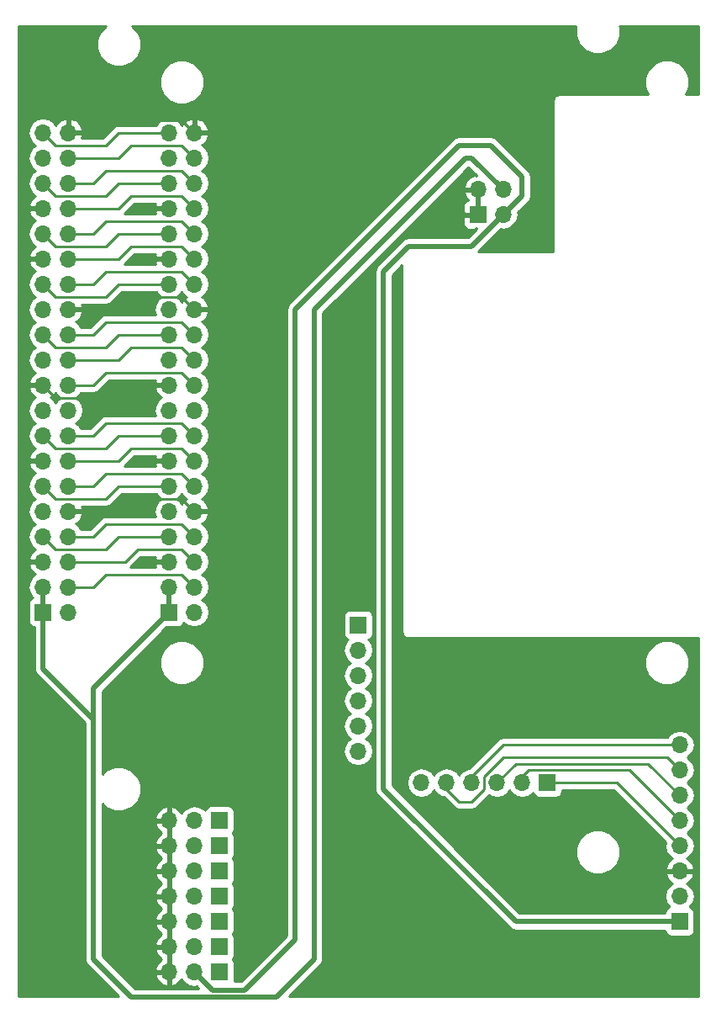
<source format=gbl>
G04 #@! TF.FileFunction,Copper,L2,Bot,Signal*
%FSLAX46Y46*%
G04 Gerber Fmt 4.6, Leading zero omitted, Abs format (unit mm)*
G04 Created by KiCad (PCBNEW 4.0.7) date 06/01/18 16:45:32*
%MOMM*%
%LPD*%
G01*
G04 APERTURE LIST*
%ADD10C,0.100000*%
%ADD11R,1.700000X1.700000*%
%ADD12O,1.700000X1.700000*%
%ADD13C,0.250000*%
%ADD14C,0.500000*%
%ADD15C,0.254000*%
G04 APERTURE END LIST*
D10*
D11*
X139065000Y-144145000D03*
D12*
X136525000Y-144145000D03*
X133985000Y-144145000D03*
D11*
X185420000Y-144145000D03*
D12*
X185420000Y-141605000D03*
X185420000Y-139065000D03*
X185420000Y-136525000D03*
X185420000Y-133985000D03*
X185420000Y-131445000D03*
X185420000Y-128905000D03*
X185420000Y-126365000D03*
D11*
X133985000Y-113030000D03*
D12*
X136525000Y-113030000D03*
X133985000Y-110490000D03*
X136525000Y-110490000D03*
X133985000Y-107950000D03*
X136525000Y-107950000D03*
X133985000Y-105410000D03*
X136525000Y-105410000D03*
X133985000Y-102870000D03*
X136525000Y-102870000D03*
X133985000Y-100330000D03*
X136525000Y-100330000D03*
X133985000Y-97790000D03*
X136525000Y-97790000D03*
X133985000Y-95250000D03*
X136525000Y-95250000D03*
X133985000Y-92710000D03*
X136525000Y-92710000D03*
X133985000Y-90170000D03*
X136525000Y-90170000D03*
X133985000Y-87630000D03*
X136525000Y-87630000D03*
X133985000Y-85090000D03*
X136525000Y-85090000D03*
X133985000Y-82550000D03*
X136525000Y-82550000D03*
X133985000Y-80010000D03*
X136525000Y-80010000D03*
X133985000Y-77470000D03*
X136525000Y-77470000D03*
X133985000Y-74930000D03*
X136525000Y-74930000D03*
X133985000Y-72390000D03*
X136525000Y-72390000D03*
X133985000Y-69850000D03*
X136525000Y-69850000D03*
X133985000Y-67310000D03*
X136525000Y-67310000D03*
X133985000Y-64770000D03*
X136525000Y-64770000D03*
D11*
X139065000Y-133985000D03*
D12*
X136525000Y-133985000D03*
X133985000Y-133985000D03*
D11*
X139065000Y-136525000D03*
D12*
X136525000Y-136525000D03*
X133985000Y-136525000D03*
D11*
X139065000Y-139065000D03*
D12*
X136525000Y-139065000D03*
X133985000Y-139065000D03*
D11*
X139065000Y-141605000D03*
D12*
X136525000Y-141605000D03*
X133985000Y-141605000D03*
D11*
X139065000Y-146685000D03*
D12*
X136525000Y-146685000D03*
X133985000Y-146685000D03*
D11*
X153035000Y-114300000D03*
D12*
X153035000Y-116840000D03*
X153035000Y-119380000D03*
X153035000Y-121920000D03*
X153035000Y-124460000D03*
X153035000Y-127000000D03*
D11*
X172085000Y-130175000D03*
D12*
X169545000Y-130175000D03*
X167005000Y-130175000D03*
X164465000Y-130175000D03*
X161925000Y-130175000D03*
X159385000Y-130175000D03*
D11*
X165100000Y-73025000D03*
D12*
X167640000Y-73025000D03*
X165100000Y-70485000D03*
X167640000Y-70485000D03*
D11*
X139065000Y-149225000D03*
D12*
X136525000Y-149225000D03*
X133985000Y-149225000D03*
D11*
X121285000Y-113030000D03*
D12*
X123825000Y-113030000D03*
X121285000Y-110490000D03*
X123825000Y-110490000D03*
X121285000Y-107950000D03*
X123825000Y-107950000D03*
X121285000Y-105410000D03*
X123825000Y-105410000D03*
X121285000Y-102870000D03*
X123825000Y-102870000D03*
X121285000Y-100330000D03*
X123825000Y-100330000D03*
X121285000Y-97790000D03*
X123825000Y-97790000D03*
X121285000Y-95250000D03*
X123825000Y-95250000D03*
X121285000Y-92710000D03*
X123825000Y-92710000D03*
X121285000Y-90170000D03*
X123825000Y-90170000D03*
X121285000Y-87630000D03*
X123825000Y-87630000D03*
X121285000Y-85090000D03*
X123825000Y-85090000D03*
X121285000Y-82550000D03*
X123825000Y-82550000D03*
X121285000Y-80010000D03*
X123825000Y-80010000D03*
X121285000Y-77470000D03*
X123825000Y-77470000D03*
X121285000Y-74930000D03*
X123825000Y-74930000D03*
X121285000Y-72390000D03*
X123825000Y-72390000D03*
X121285000Y-69850000D03*
X123825000Y-69850000D03*
X121285000Y-67310000D03*
X123825000Y-67310000D03*
X121285000Y-64770000D03*
X123825000Y-64770000D03*
D13*
X121285000Y-90170000D02*
X122555000Y-91440000D01*
X131445000Y-90170000D02*
X133985000Y-90170000D01*
X130175000Y-91440000D02*
X131445000Y-90170000D01*
X122555000Y-91440000D02*
X130175000Y-91440000D01*
X123825000Y-64770000D02*
X126365000Y-64770000D01*
X135255000Y-63500000D02*
X136525000Y-64770000D01*
X127635000Y-63500000D02*
X135255000Y-63500000D01*
X126365000Y-64770000D02*
X127635000Y-63500000D01*
X123825000Y-82550000D02*
X128905000Y-82550000D01*
X135255000Y-81280000D02*
X136525000Y-82550000D01*
X130175000Y-81280000D02*
X135255000Y-81280000D01*
X128905000Y-82550000D02*
X130175000Y-81280000D01*
X123825000Y-102870000D02*
X128905000Y-102870000D01*
X135255000Y-101600000D02*
X136525000Y-102870000D01*
X130175000Y-101600000D02*
X135255000Y-101600000D01*
X128905000Y-102870000D02*
X130175000Y-101600000D01*
X123825000Y-110490000D02*
X126365000Y-110490000D01*
X135255000Y-109220000D02*
X136525000Y-110490000D01*
X127635000Y-109220000D02*
X135255000Y-109220000D01*
X126365000Y-110490000D02*
X127635000Y-109220000D01*
X123825000Y-107950000D02*
X129540000Y-107950000D01*
X135255000Y-106680000D02*
X136525000Y-107950000D01*
X130810000Y-106680000D02*
X135255000Y-106680000D01*
X129540000Y-107950000D02*
X130810000Y-106680000D01*
X123825000Y-105410000D02*
X126365000Y-105410000D01*
X135255000Y-104140000D02*
X136525000Y-105410000D01*
X127635000Y-104140000D02*
X135255000Y-104140000D01*
X126365000Y-105410000D02*
X127635000Y-104140000D01*
X121285000Y-105410000D02*
X122555000Y-106680000D01*
X128905000Y-105410000D02*
X133985000Y-105410000D01*
X127635000Y-106680000D02*
X128905000Y-105410000D01*
X122555000Y-106680000D02*
X127635000Y-106680000D01*
X123825000Y-100330000D02*
X126365000Y-100330000D01*
X135255000Y-99060000D02*
X136525000Y-100330000D01*
X127635000Y-99060000D02*
X135255000Y-99060000D01*
X126365000Y-100330000D02*
X127635000Y-99060000D01*
X121285000Y-100330000D02*
X122555000Y-101600000D01*
X128905000Y-100330000D02*
X133985000Y-100330000D01*
X127635000Y-101600000D02*
X128905000Y-100330000D01*
X122555000Y-101600000D02*
X127635000Y-101600000D01*
X123825000Y-97790000D02*
X128905000Y-97790000D01*
X135255000Y-96520000D02*
X136525000Y-97790000D01*
X130175000Y-96520000D02*
X135255000Y-96520000D01*
X128905000Y-97790000D02*
X130175000Y-96520000D01*
X123825000Y-95250000D02*
X126365000Y-95250000D01*
X135255000Y-93980000D02*
X136525000Y-95250000D01*
X127635000Y-93980000D02*
X135255000Y-93980000D01*
X126365000Y-95250000D02*
X127635000Y-93980000D01*
X121285000Y-95250000D02*
X122555000Y-96520000D01*
X128905000Y-95250000D02*
X133985000Y-95250000D01*
X127635000Y-96520000D02*
X128905000Y-95250000D01*
X122555000Y-96520000D02*
X127635000Y-96520000D01*
X123825000Y-90170000D02*
X126365000Y-90170000D01*
X135255000Y-88900000D02*
X136525000Y-90170000D01*
X127635000Y-88900000D02*
X135255000Y-88900000D01*
X126365000Y-90170000D02*
X127635000Y-88900000D01*
X123825000Y-87630000D02*
X128905000Y-87630000D01*
X135255000Y-86360000D02*
X136525000Y-87630000D01*
X130175000Y-86360000D02*
X135255000Y-86360000D01*
X128905000Y-87630000D02*
X130175000Y-86360000D01*
X123825000Y-85090000D02*
X126365000Y-85090000D01*
X135255000Y-83820000D02*
X136525000Y-85090000D01*
X127635000Y-83820000D02*
X135255000Y-83820000D01*
X126365000Y-85090000D02*
X127635000Y-83820000D01*
X121285000Y-85090000D02*
X122555000Y-86360000D01*
X128905000Y-85090000D02*
X133985000Y-85090000D01*
X127635000Y-86360000D02*
X128905000Y-85090000D01*
X122555000Y-86360000D02*
X127635000Y-86360000D01*
X123825000Y-80010000D02*
X126365000Y-80010000D01*
X135255000Y-78740000D02*
X136525000Y-80010000D01*
X127635000Y-78740000D02*
X135255000Y-78740000D01*
X126365000Y-80010000D02*
X127635000Y-78740000D01*
X121285000Y-80010000D02*
X122555000Y-81280000D01*
X128905000Y-80010000D02*
X133985000Y-80010000D01*
X127635000Y-81280000D02*
X128905000Y-80010000D01*
X122555000Y-81280000D02*
X127635000Y-81280000D01*
X123825000Y-77470000D02*
X128905000Y-77470000D01*
X135255000Y-76200000D02*
X136525000Y-77470000D01*
X130175000Y-76200000D02*
X135255000Y-76200000D01*
X128905000Y-77470000D02*
X130175000Y-76200000D01*
X123825000Y-74930000D02*
X126365000Y-74930000D01*
X135255000Y-73660000D02*
X136525000Y-74930000D01*
X127635000Y-73660000D02*
X135255000Y-73660000D01*
X126365000Y-74930000D02*
X127635000Y-73660000D01*
X121285000Y-74930000D02*
X122555000Y-76200000D01*
X128905000Y-74930000D02*
X133985000Y-74930000D01*
X127635000Y-76200000D02*
X128905000Y-74930000D01*
X122555000Y-76200000D02*
X127635000Y-76200000D01*
X123825000Y-72390000D02*
X128905000Y-72390000D01*
X135255000Y-71120000D02*
X136525000Y-72390000D01*
X130175000Y-71120000D02*
X135255000Y-71120000D01*
X128905000Y-72390000D02*
X130175000Y-71120000D01*
X123825000Y-69850000D02*
X126365000Y-69850000D01*
X135255000Y-68580000D02*
X136525000Y-69850000D01*
X127635000Y-68580000D02*
X135255000Y-68580000D01*
X126365000Y-69850000D02*
X127635000Y-68580000D01*
X121285000Y-69850000D02*
X122555000Y-71120000D01*
X128905000Y-69850000D02*
X133985000Y-69850000D01*
X127635000Y-71120000D02*
X128905000Y-69850000D01*
X122555000Y-71120000D02*
X127635000Y-71120000D01*
X123825000Y-67310000D02*
X128905000Y-67310000D01*
X135255000Y-66040000D02*
X136525000Y-67310000D01*
X130175000Y-66040000D02*
X135255000Y-66040000D01*
X128905000Y-67310000D02*
X130175000Y-66040000D01*
X121285000Y-64770000D02*
X122555000Y-66040000D01*
X128905000Y-64770000D02*
X133985000Y-64770000D01*
X127635000Y-66040000D02*
X128905000Y-64770000D01*
X122555000Y-66040000D02*
X127635000Y-66040000D01*
X172085000Y-130175000D02*
X179070000Y-130175000D01*
X179070000Y-130175000D02*
X185420000Y-136525000D01*
X169545000Y-130175000D02*
X169545000Y-129540000D01*
X169545000Y-129540000D02*
X170180000Y-128905000D01*
X170180000Y-128905000D02*
X180340000Y-128905000D01*
X180340000Y-128905000D02*
X185420000Y-133985000D01*
X167005000Y-130175000D02*
X168910000Y-128270000D01*
X182245000Y-128270000D02*
X185420000Y-131445000D01*
X168910000Y-128270000D02*
X182245000Y-128270000D01*
X164465000Y-130175000D02*
X164465000Y-129540000D01*
X164465000Y-129540000D02*
X167640000Y-126365000D01*
X167640000Y-126365000D02*
X185420000Y-126365000D01*
X161925000Y-130175000D02*
X161925000Y-130810000D01*
X161925000Y-130810000D02*
X163195000Y-132080000D01*
X163195000Y-132080000D02*
X164465000Y-132080000D01*
X164465000Y-132080000D02*
X165735000Y-130810000D01*
X165735000Y-130810000D02*
X165735000Y-129540000D01*
X165735000Y-129540000D02*
X167640000Y-127635000D01*
X167640000Y-127635000D02*
X184150000Y-127635000D01*
X184150000Y-127635000D02*
X185420000Y-128905000D01*
D14*
X146685000Y-143510000D02*
X146685000Y-145984998D01*
X166370000Y-66040000D02*
X169545000Y-69215000D01*
X169545000Y-69215000D02*
X169545000Y-71120000D01*
X167640000Y-73025000D02*
X169545000Y-71120000D01*
X146685000Y-82550000D02*
X146685000Y-143510000D01*
X146685000Y-82550000D02*
X163195000Y-66040000D01*
X163195000Y-66040000D02*
X166370000Y-66040000D01*
X138364998Y-151064998D02*
X136525000Y-149225000D01*
X141605000Y-151064998D02*
X138364998Y-151064998D01*
X146685000Y-145984998D02*
X141605000Y-151064998D01*
X158115000Y-76200000D02*
X164465000Y-76200000D01*
X158115000Y-76200000D02*
X155575000Y-78740000D01*
X155575000Y-78740000D02*
X155575000Y-130810000D01*
X155575000Y-130810000D02*
X168910000Y-144145000D01*
X185420000Y-144145000D02*
X168910000Y-144145000D01*
X164465000Y-76200000D02*
X167640000Y-73025000D01*
X163830000Y-67310000D02*
X164465000Y-67310000D01*
X148590000Y-147955000D02*
X144780000Y-151765000D01*
X144780000Y-151765000D02*
X130175000Y-151765000D01*
X130175000Y-151765000D02*
X126365000Y-147955000D01*
X163830000Y-67310000D02*
X148590000Y-82550000D01*
X126365000Y-123825000D02*
X126365000Y-147955000D01*
X148590000Y-82550000D02*
X148590000Y-147955000D01*
X164465000Y-67310000D02*
X167640000Y-70485000D01*
X121285000Y-110490000D02*
X121285000Y-113030000D01*
X121285000Y-113030000D02*
X121285000Y-118745000D01*
X121285000Y-118745000D02*
X126365000Y-123825000D01*
X133985000Y-113030000D02*
X126365000Y-120650000D01*
X126365000Y-123825000D02*
X126365000Y-120650000D01*
X133985000Y-113030000D02*
X133985000Y-110490000D01*
D15*
G36*
X127011364Y-54612321D02*
X126670389Y-55433481D01*
X126669613Y-56322619D01*
X127009155Y-57144372D01*
X127637321Y-57773636D01*
X128458481Y-58114611D01*
X129347619Y-58115387D01*
X130169372Y-57775845D01*
X130798636Y-57147679D01*
X131139611Y-56326519D01*
X131140387Y-55437381D01*
X130800845Y-54615628D01*
X130211248Y-54025000D01*
X174987891Y-54025000D01*
X174930389Y-54163481D01*
X174929613Y-55052619D01*
X175269155Y-55874372D01*
X175897321Y-56503636D01*
X176718481Y-56844611D01*
X177607619Y-56845387D01*
X178429372Y-56505845D01*
X179058636Y-55877679D01*
X179399611Y-55056519D01*
X179400387Y-54167381D01*
X179341556Y-54025000D01*
X187275000Y-54025000D01*
X187275000Y-60910000D01*
X186063434Y-60910000D01*
X186384611Y-60136519D01*
X186385387Y-59247381D01*
X186045845Y-58425628D01*
X185417679Y-57796364D01*
X184596519Y-57455389D01*
X183707381Y-57454613D01*
X182885628Y-57794155D01*
X182256364Y-58422321D01*
X181915389Y-59243481D01*
X181914613Y-60132619D01*
X182235821Y-60910000D01*
X173355000Y-60910000D01*
X173092862Y-60962143D01*
X172870632Y-61110632D01*
X172722143Y-61332862D01*
X172670000Y-61595000D01*
X172670000Y-76785000D01*
X165131580Y-76785000D01*
X167440479Y-74476100D01*
X167610907Y-74510000D01*
X167669093Y-74510000D01*
X168237378Y-74396961D01*
X168719147Y-74075054D01*
X169041054Y-73593285D01*
X169154093Y-73025000D01*
X169110539Y-72806040D01*
X170170787Y-71745792D01*
X170170790Y-71745790D01*
X170362633Y-71458675D01*
X170373810Y-71402484D01*
X170430001Y-71120000D01*
X170430000Y-71119995D01*
X170430000Y-69215005D01*
X170430001Y-69215000D01*
X170362633Y-68876326D01*
X170362633Y-68876325D01*
X170170790Y-68589210D01*
X170170787Y-68589208D01*
X166995790Y-65414210D01*
X166708675Y-65222367D01*
X166652484Y-65211190D01*
X166370000Y-65154999D01*
X166369995Y-65155000D01*
X163195005Y-65155000D01*
X163195000Y-65154999D01*
X162912516Y-65211190D01*
X162856325Y-65222367D01*
X162569210Y-65414210D01*
X162569208Y-65414213D01*
X146059210Y-81924210D01*
X145867367Y-82211325D01*
X145867367Y-82211326D01*
X145799999Y-82550000D01*
X145800000Y-82550005D01*
X145800000Y-145618419D01*
X141238420Y-150179998D01*
X140541177Y-150179998D01*
X140562440Y-150075000D01*
X140562440Y-148375000D01*
X140518162Y-148139683D01*
X140397985Y-147952923D01*
X140511431Y-147786890D01*
X140562440Y-147535000D01*
X140562440Y-145835000D01*
X140518162Y-145599683D01*
X140397985Y-145412923D01*
X140511431Y-145246890D01*
X140562440Y-144995000D01*
X140562440Y-143295000D01*
X140518162Y-143059683D01*
X140397985Y-142872923D01*
X140511431Y-142706890D01*
X140562440Y-142455000D01*
X140562440Y-140755000D01*
X140518162Y-140519683D01*
X140397985Y-140332923D01*
X140511431Y-140166890D01*
X140562440Y-139915000D01*
X140562440Y-138215000D01*
X140518162Y-137979683D01*
X140397985Y-137792923D01*
X140511431Y-137626890D01*
X140562440Y-137375000D01*
X140562440Y-135675000D01*
X140518162Y-135439683D01*
X140397985Y-135252923D01*
X140511431Y-135086890D01*
X140562440Y-134835000D01*
X140562440Y-133135000D01*
X140518162Y-132899683D01*
X140379090Y-132683559D01*
X140166890Y-132538569D01*
X139915000Y-132487560D01*
X138215000Y-132487560D01*
X137979683Y-132531838D01*
X137763559Y-132670910D01*
X137618569Y-132883110D01*
X137604914Y-132950541D01*
X137575054Y-132905853D01*
X137093285Y-132583946D01*
X136525000Y-132470907D01*
X135956715Y-132583946D01*
X135474946Y-132905853D01*
X135247298Y-133246553D01*
X135180183Y-133103642D01*
X134751924Y-132713355D01*
X134341890Y-132543524D01*
X134112000Y-132664845D01*
X134112000Y-133858000D01*
X134132000Y-133858000D01*
X134132000Y-134112000D01*
X134112000Y-134112000D01*
X134112000Y-136398000D01*
X134132000Y-136398000D01*
X134132000Y-136652000D01*
X134112000Y-136652000D01*
X134112000Y-138938000D01*
X134132000Y-138938000D01*
X134132000Y-139192000D01*
X134112000Y-139192000D01*
X134112000Y-141478000D01*
X134132000Y-141478000D01*
X134132000Y-141732000D01*
X134112000Y-141732000D01*
X134112000Y-144018000D01*
X134132000Y-144018000D01*
X134132000Y-144272000D01*
X134112000Y-144272000D01*
X134112000Y-146558000D01*
X134132000Y-146558000D01*
X134132000Y-146812000D01*
X134112000Y-146812000D01*
X134112000Y-149098000D01*
X134132000Y-149098000D01*
X134132000Y-149352000D01*
X134112000Y-149352000D01*
X134112000Y-150545155D01*
X134341890Y-150666476D01*
X134751924Y-150496645D01*
X135180183Y-150106358D01*
X135247298Y-149963447D01*
X135474946Y-150304147D01*
X135956715Y-150626054D01*
X136525000Y-150739093D01*
X136743960Y-150695539D01*
X136928421Y-150880000D01*
X130541579Y-150880000D01*
X129243472Y-149581892D01*
X132543514Y-149581892D01*
X132789817Y-150106358D01*
X133218076Y-150496645D01*
X133628110Y-150666476D01*
X133858000Y-150545155D01*
X133858000Y-149352000D01*
X132664181Y-149352000D01*
X132543514Y-149581892D01*
X129243472Y-149581892D01*
X127250000Y-147588420D01*
X127250000Y-147041892D01*
X132543514Y-147041892D01*
X132789817Y-147566358D01*
X133216271Y-147955000D01*
X132789817Y-148343642D01*
X132543514Y-148868108D01*
X132664181Y-149098000D01*
X133858000Y-149098000D01*
X133858000Y-146812000D01*
X132664181Y-146812000D01*
X132543514Y-147041892D01*
X127250000Y-147041892D01*
X127250000Y-144501892D01*
X132543514Y-144501892D01*
X132789817Y-145026358D01*
X133216271Y-145415000D01*
X132789817Y-145803642D01*
X132543514Y-146328108D01*
X132664181Y-146558000D01*
X133858000Y-146558000D01*
X133858000Y-144272000D01*
X132664181Y-144272000D01*
X132543514Y-144501892D01*
X127250000Y-144501892D01*
X127250000Y-141961892D01*
X132543514Y-141961892D01*
X132789817Y-142486358D01*
X133216271Y-142875000D01*
X132789817Y-143263642D01*
X132543514Y-143788108D01*
X132664181Y-144018000D01*
X133858000Y-144018000D01*
X133858000Y-141732000D01*
X132664181Y-141732000D01*
X132543514Y-141961892D01*
X127250000Y-141961892D01*
X127250000Y-139421892D01*
X132543514Y-139421892D01*
X132789817Y-139946358D01*
X133216271Y-140335000D01*
X132789817Y-140723642D01*
X132543514Y-141248108D01*
X132664181Y-141478000D01*
X133858000Y-141478000D01*
X133858000Y-139192000D01*
X132664181Y-139192000D01*
X132543514Y-139421892D01*
X127250000Y-139421892D01*
X127250000Y-136881892D01*
X132543514Y-136881892D01*
X132789817Y-137406358D01*
X133216271Y-137795000D01*
X132789817Y-138183642D01*
X132543514Y-138708108D01*
X132664181Y-138938000D01*
X133858000Y-138938000D01*
X133858000Y-136652000D01*
X132664181Y-136652000D01*
X132543514Y-136881892D01*
X127250000Y-136881892D01*
X127250000Y-134341892D01*
X132543514Y-134341892D01*
X132789817Y-134866358D01*
X133216271Y-135255000D01*
X132789817Y-135643642D01*
X132543514Y-136168108D01*
X132664181Y-136398000D01*
X133858000Y-136398000D01*
X133858000Y-134112000D01*
X132664181Y-134112000D01*
X132543514Y-134341892D01*
X127250000Y-134341892D01*
X127250000Y-133628108D01*
X132543514Y-133628108D01*
X132664181Y-133858000D01*
X133858000Y-133858000D01*
X133858000Y-132664845D01*
X133628110Y-132543524D01*
X133218076Y-132713355D01*
X132789817Y-133103642D01*
X132543514Y-133628108D01*
X127250000Y-133628108D01*
X127250000Y-132315638D01*
X127637321Y-132703636D01*
X128458481Y-133044611D01*
X129347619Y-133045387D01*
X130169372Y-132705845D01*
X130798636Y-132077679D01*
X131139611Y-131256519D01*
X131140387Y-130367381D01*
X130800845Y-129545628D01*
X130172679Y-128916364D01*
X129351519Y-128575389D01*
X128462381Y-128574613D01*
X127640628Y-128914155D01*
X127250000Y-129304101D01*
X127250000Y-123825005D01*
X127250001Y-123825000D01*
X127250000Y-123824995D01*
X127250000Y-121016580D01*
X129713960Y-118552619D01*
X133019613Y-118552619D01*
X133359155Y-119374372D01*
X133987321Y-120003636D01*
X134808481Y-120344611D01*
X135697619Y-120345387D01*
X136519372Y-120005845D01*
X137148636Y-119377679D01*
X137489611Y-118556519D01*
X137490387Y-117667381D01*
X137150845Y-116845628D01*
X136522679Y-116216364D01*
X135701519Y-115875389D01*
X134812381Y-115874613D01*
X133990628Y-116214155D01*
X133361364Y-116842321D01*
X133020389Y-117663481D01*
X133019613Y-118552619D01*
X129713960Y-118552619D01*
X133739139Y-114527440D01*
X134835000Y-114527440D01*
X135070317Y-114483162D01*
X135286441Y-114344090D01*
X135431431Y-114131890D01*
X135442841Y-114075546D01*
X135445853Y-114080054D01*
X135927622Y-114401961D01*
X136495907Y-114515000D01*
X136554093Y-114515000D01*
X137122378Y-114401961D01*
X137604147Y-114080054D01*
X137926054Y-113598285D01*
X138039093Y-113030000D01*
X137926054Y-112461715D01*
X137604147Y-111979946D01*
X137274974Y-111760000D01*
X137604147Y-111540054D01*
X137926054Y-111058285D01*
X138039093Y-110490000D01*
X137926054Y-109921715D01*
X137604147Y-109439946D01*
X137274974Y-109220000D01*
X137604147Y-109000054D01*
X137926054Y-108518285D01*
X138039093Y-107950000D01*
X137926054Y-107381715D01*
X137604147Y-106899946D01*
X137274974Y-106680000D01*
X137604147Y-106460054D01*
X137926054Y-105978285D01*
X138039093Y-105410000D01*
X137926054Y-104841715D01*
X137604147Y-104359946D01*
X137263447Y-104132298D01*
X137406358Y-104065183D01*
X137796645Y-103636924D01*
X137966476Y-103226890D01*
X137845155Y-102997000D01*
X136652000Y-102997000D01*
X136652000Y-103017000D01*
X136398000Y-103017000D01*
X136398000Y-102997000D01*
X136378000Y-102997000D01*
X136378000Y-102743000D01*
X136398000Y-102743000D01*
X136398000Y-102723000D01*
X136652000Y-102723000D01*
X136652000Y-102743000D01*
X137845155Y-102743000D01*
X137966476Y-102513110D01*
X137796645Y-102103076D01*
X137406358Y-101674817D01*
X137263447Y-101607702D01*
X137604147Y-101380054D01*
X137926054Y-100898285D01*
X138039093Y-100330000D01*
X137926054Y-99761715D01*
X137604147Y-99279946D01*
X137274974Y-99060000D01*
X137604147Y-98840054D01*
X137926054Y-98358285D01*
X138039093Y-97790000D01*
X137926054Y-97221715D01*
X137604147Y-96739946D01*
X137274974Y-96520000D01*
X137604147Y-96300054D01*
X137926054Y-95818285D01*
X138039093Y-95250000D01*
X137926054Y-94681715D01*
X137604147Y-94199946D01*
X137274974Y-93980000D01*
X137604147Y-93760054D01*
X137926054Y-93278285D01*
X138039093Y-92710000D01*
X137926054Y-92141715D01*
X137604147Y-91659946D01*
X137274974Y-91440000D01*
X137604147Y-91220054D01*
X137926054Y-90738285D01*
X138039093Y-90170000D01*
X137926054Y-89601715D01*
X137604147Y-89119946D01*
X137274974Y-88900000D01*
X137604147Y-88680054D01*
X137926054Y-88198285D01*
X138039093Y-87630000D01*
X137926054Y-87061715D01*
X137604147Y-86579946D01*
X137274974Y-86360000D01*
X137604147Y-86140054D01*
X137926054Y-85658285D01*
X138039093Y-85090000D01*
X137926054Y-84521715D01*
X137604147Y-84039946D01*
X137263447Y-83812298D01*
X137406358Y-83745183D01*
X137796645Y-83316924D01*
X137966476Y-82906890D01*
X137845155Y-82677000D01*
X136652000Y-82677000D01*
X136652000Y-82697000D01*
X136398000Y-82697000D01*
X136398000Y-82677000D01*
X136378000Y-82677000D01*
X136378000Y-82423000D01*
X136398000Y-82423000D01*
X136398000Y-82403000D01*
X136652000Y-82403000D01*
X136652000Y-82423000D01*
X137845155Y-82423000D01*
X137966476Y-82193110D01*
X137796645Y-81783076D01*
X137406358Y-81354817D01*
X137263447Y-81287702D01*
X137604147Y-81060054D01*
X137926054Y-80578285D01*
X138039093Y-80010000D01*
X137926054Y-79441715D01*
X137604147Y-78959946D01*
X137274974Y-78740000D01*
X137604147Y-78520054D01*
X137926054Y-78038285D01*
X138039093Y-77470000D01*
X137926054Y-76901715D01*
X137604147Y-76419946D01*
X137274974Y-76200000D01*
X137604147Y-75980054D01*
X137926054Y-75498285D01*
X138039093Y-74930000D01*
X137926054Y-74361715D01*
X137604147Y-73879946D01*
X137274974Y-73660000D01*
X137604147Y-73440054D01*
X137926054Y-72958285D01*
X138039093Y-72390000D01*
X137926054Y-71821715D01*
X137604147Y-71339946D01*
X137274974Y-71120000D01*
X137604147Y-70900054D01*
X137926054Y-70418285D01*
X138039093Y-69850000D01*
X137926054Y-69281715D01*
X137604147Y-68799946D01*
X137274974Y-68580000D01*
X137604147Y-68360054D01*
X137926054Y-67878285D01*
X138039093Y-67310000D01*
X137926054Y-66741715D01*
X137604147Y-66259946D01*
X137263447Y-66032298D01*
X137406358Y-65965183D01*
X137796645Y-65536924D01*
X137966476Y-65126890D01*
X137845155Y-64897000D01*
X136652000Y-64897000D01*
X136652000Y-64917000D01*
X136398000Y-64917000D01*
X136398000Y-64897000D01*
X136378000Y-64897000D01*
X136378000Y-64643000D01*
X136398000Y-64643000D01*
X136398000Y-63449181D01*
X136652000Y-63449181D01*
X136652000Y-64643000D01*
X137845155Y-64643000D01*
X137966476Y-64413110D01*
X137796645Y-64003076D01*
X137406358Y-63574817D01*
X136881892Y-63328514D01*
X136652000Y-63449181D01*
X136398000Y-63449181D01*
X136168108Y-63328514D01*
X135643642Y-63574817D01*
X135253355Y-64003076D01*
X135253345Y-64003101D01*
X135064147Y-63719946D01*
X134582378Y-63398039D01*
X134014093Y-63285000D01*
X133955907Y-63285000D01*
X133387622Y-63398039D01*
X132905853Y-63719946D01*
X132712046Y-64010000D01*
X128905000Y-64010000D01*
X128614160Y-64067852D01*
X128367599Y-64232599D01*
X127320198Y-65280000D01*
X125203060Y-65280000D01*
X125266476Y-65126890D01*
X125145155Y-64897000D01*
X123952000Y-64897000D01*
X123952000Y-64917000D01*
X123698000Y-64917000D01*
X123698000Y-64897000D01*
X123678000Y-64897000D01*
X123678000Y-64643000D01*
X123698000Y-64643000D01*
X123698000Y-63449181D01*
X123952000Y-63449181D01*
X123952000Y-64643000D01*
X125145155Y-64643000D01*
X125266476Y-64413110D01*
X125096645Y-64003076D01*
X124706358Y-63574817D01*
X124181892Y-63328514D01*
X123952000Y-63449181D01*
X123698000Y-63449181D01*
X123468108Y-63328514D01*
X122943642Y-63574817D01*
X122553355Y-64003076D01*
X122553345Y-64003101D01*
X122364147Y-63719946D01*
X121882378Y-63398039D01*
X121314093Y-63285000D01*
X121255907Y-63285000D01*
X120687622Y-63398039D01*
X120205853Y-63719946D01*
X119883946Y-64201715D01*
X119770907Y-64770000D01*
X119883946Y-65338285D01*
X120205853Y-65820054D01*
X120535026Y-66040000D01*
X120205853Y-66259946D01*
X119883946Y-66741715D01*
X119770907Y-67310000D01*
X119883946Y-67878285D01*
X120205853Y-68360054D01*
X120535026Y-68580000D01*
X120205853Y-68799946D01*
X119883946Y-69281715D01*
X119770907Y-69850000D01*
X119883946Y-70418285D01*
X120205853Y-70900054D01*
X120546553Y-71127702D01*
X120403642Y-71194817D01*
X120013355Y-71623076D01*
X119843524Y-72033110D01*
X119964845Y-72263000D01*
X121158000Y-72263000D01*
X121158000Y-72243000D01*
X121412000Y-72243000D01*
X121412000Y-72263000D01*
X121432000Y-72263000D01*
X121432000Y-72517000D01*
X121412000Y-72517000D01*
X121412000Y-72537000D01*
X121158000Y-72537000D01*
X121158000Y-72517000D01*
X119964845Y-72517000D01*
X119843524Y-72746890D01*
X120013355Y-73156924D01*
X120403642Y-73585183D01*
X120546553Y-73652298D01*
X120205853Y-73879946D01*
X119883946Y-74361715D01*
X119770907Y-74930000D01*
X119883946Y-75498285D01*
X120205853Y-75980054D01*
X120546553Y-76207702D01*
X120403642Y-76274817D01*
X120013355Y-76703076D01*
X119843524Y-77113110D01*
X119964845Y-77343000D01*
X121158000Y-77343000D01*
X121158000Y-77323000D01*
X121412000Y-77323000D01*
X121412000Y-77343000D01*
X121432000Y-77343000D01*
X121432000Y-77597000D01*
X121412000Y-77597000D01*
X121412000Y-77617000D01*
X121158000Y-77617000D01*
X121158000Y-77597000D01*
X119964845Y-77597000D01*
X119843524Y-77826890D01*
X120013355Y-78236924D01*
X120403642Y-78665183D01*
X120546553Y-78732298D01*
X120205853Y-78959946D01*
X119883946Y-79441715D01*
X119770907Y-80010000D01*
X119883946Y-80578285D01*
X120205853Y-81060054D01*
X120535026Y-81280000D01*
X120205853Y-81499946D01*
X119883946Y-81981715D01*
X119770907Y-82550000D01*
X119883946Y-83118285D01*
X120205853Y-83600054D01*
X120535026Y-83820000D01*
X120205853Y-84039946D01*
X119883946Y-84521715D01*
X119770907Y-85090000D01*
X119883946Y-85658285D01*
X120205853Y-86140054D01*
X120535026Y-86360000D01*
X120205853Y-86579946D01*
X119883946Y-87061715D01*
X119770907Y-87630000D01*
X119883946Y-88198285D01*
X120205853Y-88680054D01*
X120546553Y-88907702D01*
X120403642Y-88974817D01*
X120013355Y-89403076D01*
X119843524Y-89813110D01*
X119964845Y-90043000D01*
X121158000Y-90043000D01*
X121158000Y-90023000D01*
X121412000Y-90023000D01*
X121412000Y-90043000D01*
X121432000Y-90043000D01*
X121432000Y-90297000D01*
X121412000Y-90297000D01*
X121412000Y-90317000D01*
X121158000Y-90317000D01*
X121158000Y-90297000D01*
X119964845Y-90297000D01*
X119843524Y-90526890D01*
X120013355Y-90936924D01*
X120403642Y-91365183D01*
X120546553Y-91432298D01*
X120205853Y-91659946D01*
X119883946Y-92141715D01*
X119770907Y-92710000D01*
X119883946Y-93278285D01*
X120205853Y-93760054D01*
X120535026Y-93980000D01*
X120205853Y-94199946D01*
X119883946Y-94681715D01*
X119770907Y-95250000D01*
X119883946Y-95818285D01*
X120205853Y-96300054D01*
X120546553Y-96527702D01*
X120403642Y-96594817D01*
X120013355Y-97023076D01*
X119843524Y-97433110D01*
X119964845Y-97663000D01*
X121158000Y-97663000D01*
X121158000Y-97643000D01*
X121412000Y-97643000D01*
X121412000Y-97663000D01*
X121432000Y-97663000D01*
X121432000Y-97917000D01*
X121412000Y-97917000D01*
X121412000Y-97937000D01*
X121158000Y-97937000D01*
X121158000Y-97917000D01*
X119964845Y-97917000D01*
X119843524Y-98146890D01*
X120013355Y-98556924D01*
X120403642Y-98985183D01*
X120546553Y-99052298D01*
X120205853Y-99279946D01*
X119883946Y-99761715D01*
X119770907Y-100330000D01*
X119883946Y-100898285D01*
X120205853Y-101380054D01*
X120535026Y-101600000D01*
X120205853Y-101819946D01*
X119883946Y-102301715D01*
X119770907Y-102870000D01*
X119883946Y-103438285D01*
X120205853Y-103920054D01*
X120535026Y-104140000D01*
X120205853Y-104359946D01*
X119883946Y-104841715D01*
X119770907Y-105410000D01*
X119883946Y-105978285D01*
X120205853Y-106460054D01*
X120546553Y-106687702D01*
X120403642Y-106754817D01*
X120013355Y-107183076D01*
X119843524Y-107593110D01*
X119964845Y-107823000D01*
X121158000Y-107823000D01*
X121158000Y-107803000D01*
X121412000Y-107803000D01*
X121412000Y-107823000D01*
X121432000Y-107823000D01*
X121432000Y-108077000D01*
X121412000Y-108077000D01*
X121412000Y-108097000D01*
X121158000Y-108097000D01*
X121158000Y-108077000D01*
X119964845Y-108077000D01*
X119843524Y-108306890D01*
X120013355Y-108716924D01*
X120403642Y-109145183D01*
X120546553Y-109212298D01*
X120205853Y-109439946D01*
X119883946Y-109921715D01*
X119770907Y-110490000D01*
X119883946Y-111058285D01*
X120205853Y-111540054D01*
X120247452Y-111567850D01*
X120199683Y-111576838D01*
X119983559Y-111715910D01*
X119838569Y-111928110D01*
X119787560Y-112180000D01*
X119787560Y-113880000D01*
X119831838Y-114115317D01*
X119970910Y-114331441D01*
X120183110Y-114476431D01*
X120400000Y-114520352D01*
X120400000Y-118744995D01*
X120399999Y-118745000D01*
X120456190Y-119027484D01*
X120467367Y-119083675D01*
X120659210Y-119370790D01*
X125480000Y-124191579D01*
X125480000Y-147954995D01*
X125479999Y-147955000D01*
X125515094Y-148131431D01*
X125547367Y-148293675D01*
X125739209Y-148580789D01*
X125739210Y-148580790D01*
X128873421Y-151715000D01*
X118795000Y-151715000D01*
X118795000Y-60132619D01*
X133019613Y-60132619D01*
X133359155Y-60954372D01*
X133987321Y-61583636D01*
X134808481Y-61924611D01*
X135697619Y-61925387D01*
X136519372Y-61585845D01*
X137148636Y-60957679D01*
X137489611Y-60136519D01*
X137490387Y-59247381D01*
X137150845Y-58425628D01*
X136522679Y-57796364D01*
X135701519Y-57455389D01*
X134812381Y-57454613D01*
X133990628Y-57794155D01*
X133361364Y-58422321D01*
X133020389Y-59243481D01*
X133019613Y-60132619D01*
X118795000Y-60132619D01*
X118795000Y-54025000D01*
X127599712Y-54025000D01*
X127011364Y-54612321D01*
X127011364Y-54612321D01*
G37*
X127011364Y-54612321D02*
X126670389Y-55433481D01*
X126669613Y-56322619D01*
X127009155Y-57144372D01*
X127637321Y-57773636D01*
X128458481Y-58114611D01*
X129347619Y-58115387D01*
X130169372Y-57775845D01*
X130798636Y-57147679D01*
X131139611Y-56326519D01*
X131140387Y-55437381D01*
X130800845Y-54615628D01*
X130211248Y-54025000D01*
X174987891Y-54025000D01*
X174930389Y-54163481D01*
X174929613Y-55052619D01*
X175269155Y-55874372D01*
X175897321Y-56503636D01*
X176718481Y-56844611D01*
X177607619Y-56845387D01*
X178429372Y-56505845D01*
X179058636Y-55877679D01*
X179399611Y-55056519D01*
X179400387Y-54167381D01*
X179341556Y-54025000D01*
X187275000Y-54025000D01*
X187275000Y-60910000D01*
X186063434Y-60910000D01*
X186384611Y-60136519D01*
X186385387Y-59247381D01*
X186045845Y-58425628D01*
X185417679Y-57796364D01*
X184596519Y-57455389D01*
X183707381Y-57454613D01*
X182885628Y-57794155D01*
X182256364Y-58422321D01*
X181915389Y-59243481D01*
X181914613Y-60132619D01*
X182235821Y-60910000D01*
X173355000Y-60910000D01*
X173092862Y-60962143D01*
X172870632Y-61110632D01*
X172722143Y-61332862D01*
X172670000Y-61595000D01*
X172670000Y-76785000D01*
X165131580Y-76785000D01*
X167440479Y-74476100D01*
X167610907Y-74510000D01*
X167669093Y-74510000D01*
X168237378Y-74396961D01*
X168719147Y-74075054D01*
X169041054Y-73593285D01*
X169154093Y-73025000D01*
X169110539Y-72806040D01*
X170170787Y-71745792D01*
X170170790Y-71745790D01*
X170362633Y-71458675D01*
X170373810Y-71402484D01*
X170430001Y-71120000D01*
X170430000Y-71119995D01*
X170430000Y-69215005D01*
X170430001Y-69215000D01*
X170362633Y-68876326D01*
X170362633Y-68876325D01*
X170170790Y-68589210D01*
X170170787Y-68589208D01*
X166995790Y-65414210D01*
X166708675Y-65222367D01*
X166652484Y-65211190D01*
X166370000Y-65154999D01*
X166369995Y-65155000D01*
X163195005Y-65155000D01*
X163195000Y-65154999D01*
X162912516Y-65211190D01*
X162856325Y-65222367D01*
X162569210Y-65414210D01*
X162569208Y-65414213D01*
X146059210Y-81924210D01*
X145867367Y-82211325D01*
X145867367Y-82211326D01*
X145799999Y-82550000D01*
X145800000Y-82550005D01*
X145800000Y-145618419D01*
X141238420Y-150179998D01*
X140541177Y-150179998D01*
X140562440Y-150075000D01*
X140562440Y-148375000D01*
X140518162Y-148139683D01*
X140397985Y-147952923D01*
X140511431Y-147786890D01*
X140562440Y-147535000D01*
X140562440Y-145835000D01*
X140518162Y-145599683D01*
X140397985Y-145412923D01*
X140511431Y-145246890D01*
X140562440Y-144995000D01*
X140562440Y-143295000D01*
X140518162Y-143059683D01*
X140397985Y-142872923D01*
X140511431Y-142706890D01*
X140562440Y-142455000D01*
X140562440Y-140755000D01*
X140518162Y-140519683D01*
X140397985Y-140332923D01*
X140511431Y-140166890D01*
X140562440Y-139915000D01*
X140562440Y-138215000D01*
X140518162Y-137979683D01*
X140397985Y-137792923D01*
X140511431Y-137626890D01*
X140562440Y-137375000D01*
X140562440Y-135675000D01*
X140518162Y-135439683D01*
X140397985Y-135252923D01*
X140511431Y-135086890D01*
X140562440Y-134835000D01*
X140562440Y-133135000D01*
X140518162Y-132899683D01*
X140379090Y-132683559D01*
X140166890Y-132538569D01*
X139915000Y-132487560D01*
X138215000Y-132487560D01*
X137979683Y-132531838D01*
X137763559Y-132670910D01*
X137618569Y-132883110D01*
X137604914Y-132950541D01*
X137575054Y-132905853D01*
X137093285Y-132583946D01*
X136525000Y-132470907D01*
X135956715Y-132583946D01*
X135474946Y-132905853D01*
X135247298Y-133246553D01*
X135180183Y-133103642D01*
X134751924Y-132713355D01*
X134341890Y-132543524D01*
X134112000Y-132664845D01*
X134112000Y-133858000D01*
X134132000Y-133858000D01*
X134132000Y-134112000D01*
X134112000Y-134112000D01*
X134112000Y-136398000D01*
X134132000Y-136398000D01*
X134132000Y-136652000D01*
X134112000Y-136652000D01*
X134112000Y-138938000D01*
X134132000Y-138938000D01*
X134132000Y-139192000D01*
X134112000Y-139192000D01*
X134112000Y-141478000D01*
X134132000Y-141478000D01*
X134132000Y-141732000D01*
X134112000Y-141732000D01*
X134112000Y-144018000D01*
X134132000Y-144018000D01*
X134132000Y-144272000D01*
X134112000Y-144272000D01*
X134112000Y-146558000D01*
X134132000Y-146558000D01*
X134132000Y-146812000D01*
X134112000Y-146812000D01*
X134112000Y-149098000D01*
X134132000Y-149098000D01*
X134132000Y-149352000D01*
X134112000Y-149352000D01*
X134112000Y-150545155D01*
X134341890Y-150666476D01*
X134751924Y-150496645D01*
X135180183Y-150106358D01*
X135247298Y-149963447D01*
X135474946Y-150304147D01*
X135956715Y-150626054D01*
X136525000Y-150739093D01*
X136743960Y-150695539D01*
X136928421Y-150880000D01*
X130541579Y-150880000D01*
X129243472Y-149581892D01*
X132543514Y-149581892D01*
X132789817Y-150106358D01*
X133218076Y-150496645D01*
X133628110Y-150666476D01*
X133858000Y-150545155D01*
X133858000Y-149352000D01*
X132664181Y-149352000D01*
X132543514Y-149581892D01*
X129243472Y-149581892D01*
X127250000Y-147588420D01*
X127250000Y-147041892D01*
X132543514Y-147041892D01*
X132789817Y-147566358D01*
X133216271Y-147955000D01*
X132789817Y-148343642D01*
X132543514Y-148868108D01*
X132664181Y-149098000D01*
X133858000Y-149098000D01*
X133858000Y-146812000D01*
X132664181Y-146812000D01*
X132543514Y-147041892D01*
X127250000Y-147041892D01*
X127250000Y-144501892D01*
X132543514Y-144501892D01*
X132789817Y-145026358D01*
X133216271Y-145415000D01*
X132789817Y-145803642D01*
X132543514Y-146328108D01*
X132664181Y-146558000D01*
X133858000Y-146558000D01*
X133858000Y-144272000D01*
X132664181Y-144272000D01*
X132543514Y-144501892D01*
X127250000Y-144501892D01*
X127250000Y-141961892D01*
X132543514Y-141961892D01*
X132789817Y-142486358D01*
X133216271Y-142875000D01*
X132789817Y-143263642D01*
X132543514Y-143788108D01*
X132664181Y-144018000D01*
X133858000Y-144018000D01*
X133858000Y-141732000D01*
X132664181Y-141732000D01*
X132543514Y-141961892D01*
X127250000Y-141961892D01*
X127250000Y-139421892D01*
X132543514Y-139421892D01*
X132789817Y-139946358D01*
X133216271Y-140335000D01*
X132789817Y-140723642D01*
X132543514Y-141248108D01*
X132664181Y-141478000D01*
X133858000Y-141478000D01*
X133858000Y-139192000D01*
X132664181Y-139192000D01*
X132543514Y-139421892D01*
X127250000Y-139421892D01*
X127250000Y-136881892D01*
X132543514Y-136881892D01*
X132789817Y-137406358D01*
X133216271Y-137795000D01*
X132789817Y-138183642D01*
X132543514Y-138708108D01*
X132664181Y-138938000D01*
X133858000Y-138938000D01*
X133858000Y-136652000D01*
X132664181Y-136652000D01*
X132543514Y-136881892D01*
X127250000Y-136881892D01*
X127250000Y-134341892D01*
X132543514Y-134341892D01*
X132789817Y-134866358D01*
X133216271Y-135255000D01*
X132789817Y-135643642D01*
X132543514Y-136168108D01*
X132664181Y-136398000D01*
X133858000Y-136398000D01*
X133858000Y-134112000D01*
X132664181Y-134112000D01*
X132543514Y-134341892D01*
X127250000Y-134341892D01*
X127250000Y-133628108D01*
X132543514Y-133628108D01*
X132664181Y-133858000D01*
X133858000Y-133858000D01*
X133858000Y-132664845D01*
X133628110Y-132543524D01*
X133218076Y-132713355D01*
X132789817Y-133103642D01*
X132543514Y-133628108D01*
X127250000Y-133628108D01*
X127250000Y-132315638D01*
X127637321Y-132703636D01*
X128458481Y-133044611D01*
X129347619Y-133045387D01*
X130169372Y-132705845D01*
X130798636Y-132077679D01*
X131139611Y-131256519D01*
X131140387Y-130367381D01*
X130800845Y-129545628D01*
X130172679Y-128916364D01*
X129351519Y-128575389D01*
X128462381Y-128574613D01*
X127640628Y-128914155D01*
X127250000Y-129304101D01*
X127250000Y-123825005D01*
X127250001Y-123825000D01*
X127250000Y-123824995D01*
X127250000Y-121016580D01*
X129713960Y-118552619D01*
X133019613Y-118552619D01*
X133359155Y-119374372D01*
X133987321Y-120003636D01*
X134808481Y-120344611D01*
X135697619Y-120345387D01*
X136519372Y-120005845D01*
X137148636Y-119377679D01*
X137489611Y-118556519D01*
X137490387Y-117667381D01*
X137150845Y-116845628D01*
X136522679Y-116216364D01*
X135701519Y-115875389D01*
X134812381Y-115874613D01*
X133990628Y-116214155D01*
X133361364Y-116842321D01*
X133020389Y-117663481D01*
X133019613Y-118552619D01*
X129713960Y-118552619D01*
X133739139Y-114527440D01*
X134835000Y-114527440D01*
X135070317Y-114483162D01*
X135286441Y-114344090D01*
X135431431Y-114131890D01*
X135442841Y-114075546D01*
X135445853Y-114080054D01*
X135927622Y-114401961D01*
X136495907Y-114515000D01*
X136554093Y-114515000D01*
X137122378Y-114401961D01*
X137604147Y-114080054D01*
X137926054Y-113598285D01*
X138039093Y-113030000D01*
X137926054Y-112461715D01*
X137604147Y-111979946D01*
X137274974Y-111760000D01*
X137604147Y-111540054D01*
X137926054Y-111058285D01*
X138039093Y-110490000D01*
X137926054Y-109921715D01*
X137604147Y-109439946D01*
X137274974Y-109220000D01*
X137604147Y-109000054D01*
X137926054Y-108518285D01*
X138039093Y-107950000D01*
X137926054Y-107381715D01*
X137604147Y-106899946D01*
X137274974Y-106680000D01*
X137604147Y-106460054D01*
X137926054Y-105978285D01*
X138039093Y-105410000D01*
X137926054Y-104841715D01*
X137604147Y-104359946D01*
X137263447Y-104132298D01*
X137406358Y-104065183D01*
X137796645Y-103636924D01*
X137966476Y-103226890D01*
X137845155Y-102997000D01*
X136652000Y-102997000D01*
X136652000Y-103017000D01*
X136398000Y-103017000D01*
X136398000Y-102997000D01*
X136378000Y-102997000D01*
X136378000Y-102743000D01*
X136398000Y-102743000D01*
X136398000Y-102723000D01*
X136652000Y-102723000D01*
X136652000Y-102743000D01*
X137845155Y-102743000D01*
X137966476Y-102513110D01*
X137796645Y-102103076D01*
X137406358Y-101674817D01*
X137263447Y-101607702D01*
X137604147Y-101380054D01*
X137926054Y-100898285D01*
X138039093Y-100330000D01*
X137926054Y-99761715D01*
X137604147Y-99279946D01*
X137274974Y-99060000D01*
X137604147Y-98840054D01*
X137926054Y-98358285D01*
X138039093Y-97790000D01*
X137926054Y-97221715D01*
X137604147Y-96739946D01*
X137274974Y-96520000D01*
X137604147Y-96300054D01*
X137926054Y-95818285D01*
X138039093Y-95250000D01*
X137926054Y-94681715D01*
X137604147Y-94199946D01*
X137274974Y-93980000D01*
X137604147Y-93760054D01*
X137926054Y-93278285D01*
X138039093Y-92710000D01*
X137926054Y-92141715D01*
X137604147Y-91659946D01*
X137274974Y-91440000D01*
X137604147Y-91220054D01*
X137926054Y-90738285D01*
X138039093Y-90170000D01*
X137926054Y-89601715D01*
X137604147Y-89119946D01*
X137274974Y-88900000D01*
X137604147Y-88680054D01*
X137926054Y-88198285D01*
X138039093Y-87630000D01*
X137926054Y-87061715D01*
X137604147Y-86579946D01*
X137274974Y-86360000D01*
X137604147Y-86140054D01*
X137926054Y-85658285D01*
X138039093Y-85090000D01*
X137926054Y-84521715D01*
X137604147Y-84039946D01*
X137263447Y-83812298D01*
X137406358Y-83745183D01*
X137796645Y-83316924D01*
X137966476Y-82906890D01*
X137845155Y-82677000D01*
X136652000Y-82677000D01*
X136652000Y-82697000D01*
X136398000Y-82697000D01*
X136398000Y-82677000D01*
X136378000Y-82677000D01*
X136378000Y-82423000D01*
X136398000Y-82423000D01*
X136398000Y-82403000D01*
X136652000Y-82403000D01*
X136652000Y-82423000D01*
X137845155Y-82423000D01*
X137966476Y-82193110D01*
X137796645Y-81783076D01*
X137406358Y-81354817D01*
X137263447Y-81287702D01*
X137604147Y-81060054D01*
X137926054Y-80578285D01*
X138039093Y-80010000D01*
X137926054Y-79441715D01*
X137604147Y-78959946D01*
X137274974Y-78740000D01*
X137604147Y-78520054D01*
X137926054Y-78038285D01*
X138039093Y-77470000D01*
X137926054Y-76901715D01*
X137604147Y-76419946D01*
X137274974Y-76200000D01*
X137604147Y-75980054D01*
X137926054Y-75498285D01*
X138039093Y-74930000D01*
X137926054Y-74361715D01*
X137604147Y-73879946D01*
X137274974Y-73660000D01*
X137604147Y-73440054D01*
X137926054Y-72958285D01*
X138039093Y-72390000D01*
X137926054Y-71821715D01*
X137604147Y-71339946D01*
X137274974Y-71120000D01*
X137604147Y-70900054D01*
X137926054Y-70418285D01*
X138039093Y-69850000D01*
X137926054Y-69281715D01*
X137604147Y-68799946D01*
X137274974Y-68580000D01*
X137604147Y-68360054D01*
X137926054Y-67878285D01*
X138039093Y-67310000D01*
X137926054Y-66741715D01*
X137604147Y-66259946D01*
X137263447Y-66032298D01*
X137406358Y-65965183D01*
X137796645Y-65536924D01*
X137966476Y-65126890D01*
X137845155Y-64897000D01*
X136652000Y-64897000D01*
X136652000Y-64917000D01*
X136398000Y-64917000D01*
X136398000Y-64897000D01*
X136378000Y-64897000D01*
X136378000Y-64643000D01*
X136398000Y-64643000D01*
X136398000Y-63449181D01*
X136652000Y-63449181D01*
X136652000Y-64643000D01*
X137845155Y-64643000D01*
X137966476Y-64413110D01*
X137796645Y-64003076D01*
X137406358Y-63574817D01*
X136881892Y-63328514D01*
X136652000Y-63449181D01*
X136398000Y-63449181D01*
X136168108Y-63328514D01*
X135643642Y-63574817D01*
X135253355Y-64003076D01*
X135253345Y-64003101D01*
X135064147Y-63719946D01*
X134582378Y-63398039D01*
X134014093Y-63285000D01*
X133955907Y-63285000D01*
X133387622Y-63398039D01*
X132905853Y-63719946D01*
X132712046Y-64010000D01*
X128905000Y-64010000D01*
X128614160Y-64067852D01*
X128367599Y-64232599D01*
X127320198Y-65280000D01*
X125203060Y-65280000D01*
X125266476Y-65126890D01*
X125145155Y-64897000D01*
X123952000Y-64897000D01*
X123952000Y-64917000D01*
X123698000Y-64917000D01*
X123698000Y-64897000D01*
X123678000Y-64897000D01*
X123678000Y-64643000D01*
X123698000Y-64643000D01*
X123698000Y-63449181D01*
X123952000Y-63449181D01*
X123952000Y-64643000D01*
X125145155Y-64643000D01*
X125266476Y-64413110D01*
X125096645Y-64003076D01*
X124706358Y-63574817D01*
X124181892Y-63328514D01*
X123952000Y-63449181D01*
X123698000Y-63449181D01*
X123468108Y-63328514D01*
X122943642Y-63574817D01*
X122553355Y-64003076D01*
X122553345Y-64003101D01*
X122364147Y-63719946D01*
X121882378Y-63398039D01*
X121314093Y-63285000D01*
X121255907Y-63285000D01*
X120687622Y-63398039D01*
X120205853Y-63719946D01*
X119883946Y-64201715D01*
X119770907Y-64770000D01*
X119883946Y-65338285D01*
X120205853Y-65820054D01*
X120535026Y-66040000D01*
X120205853Y-66259946D01*
X119883946Y-66741715D01*
X119770907Y-67310000D01*
X119883946Y-67878285D01*
X120205853Y-68360054D01*
X120535026Y-68580000D01*
X120205853Y-68799946D01*
X119883946Y-69281715D01*
X119770907Y-69850000D01*
X119883946Y-70418285D01*
X120205853Y-70900054D01*
X120546553Y-71127702D01*
X120403642Y-71194817D01*
X120013355Y-71623076D01*
X119843524Y-72033110D01*
X119964845Y-72263000D01*
X121158000Y-72263000D01*
X121158000Y-72243000D01*
X121412000Y-72243000D01*
X121412000Y-72263000D01*
X121432000Y-72263000D01*
X121432000Y-72517000D01*
X121412000Y-72517000D01*
X121412000Y-72537000D01*
X121158000Y-72537000D01*
X121158000Y-72517000D01*
X119964845Y-72517000D01*
X119843524Y-72746890D01*
X120013355Y-73156924D01*
X120403642Y-73585183D01*
X120546553Y-73652298D01*
X120205853Y-73879946D01*
X119883946Y-74361715D01*
X119770907Y-74930000D01*
X119883946Y-75498285D01*
X120205853Y-75980054D01*
X120546553Y-76207702D01*
X120403642Y-76274817D01*
X120013355Y-76703076D01*
X119843524Y-77113110D01*
X119964845Y-77343000D01*
X121158000Y-77343000D01*
X121158000Y-77323000D01*
X121412000Y-77323000D01*
X121412000Y-77343000D01*
X121432000Y-77343000D01*
X121432000Y-77597000D01*
X121412000Y-77597000D01*
X121412000Y-77617000D01*
X121158000Y-77617000D01*
X121158000Y-77597000D01*
X119964845Y-77597000D01*
X119843524Y-77826890D01*
X120013355Y-78236924D01*
X120403642Y-78665183D01*
X120546553Y-78732298D01*
X120205853Y-78959946D01*
X119883946Y-79441715D01*
X119770907Y-80010000D01*
X119883946Y-80578285D01*
X120205853Y-81060054D01*
X120535026Y-81280000D01*
X120205853Y-81499946D01*
X119883946Y-81981715D01*
X119770907Y-82550000D01*
X119883946Y-83118285D01*
X120205853Y-83600054D01*
X120535026Y-83820000D01*
X120205853Y-84039946D01*
X119883946Y-84521715D01*
X119770907Y-85090000D01*
X119883946Y-85658285D01*
X120205853Y-86140054D01*
X120535026Y-86360000D01*
X120205853Y-86579946D01*
X119883946Y-87061715D01*
X119770907Y-87630000D01*
X119883946Y-88198285D01*
X120205853Y-88680054D01*
X120546553Y-88907702D01*
X120403642Y-88974817D01*
X120013355Y-89403076D01*
X119843524Y-89813110D01*
X119964845Y-90043000D01*
X121158000Y-90043000D01*
X121158000Y-90023000D01*
X121412000Y-90023000D01*
X121412000Y-90043000D01*
X121432000Y-90043000D01*
X121432000Y-90297000D01*
X121412000Y-90297000D01*
X121412000Y-90317000D01*
X121158000Y-90317000D01*
X121158000Y-90297000D01*
X119964845Y-90297000D01*
X119843524Y-90526890D01*
X120013355Y-90936924D01*
X120403642Y-91365183D01*
X120546553Y-91432298D01*
X120205853Y-91659946D01*
X119883946Y-92141715D01*
X119770907Y-92710000D01*
X119883946Y-93278285D01*
X120205853Y-93760054D01*
X120535026Y-93980000D01*
X120205853Y-94199946D01*
X119883946Y-94681715D01*
X119770907Y-95250000D01*
X119883946Y-95818285D01*
X120205853Y-96300054D01*
X120546553Y-96527702D01*
X120403642Y-96594817D01*
X120013355Y-97023076D01*
X119843524Y-97433110D01*
X119964845Y-97663000D01*
X121158000Y-97663000D01*
X121158000Y-97643000D01*
X121412000Y-97643000D01*
X121412000Y-97663000D01*
X121432000Y-97663000D01*
X121432000Y-97917000D01*
X121412000Y-97917000D01*
X121412000Y-97937000D01*
X121158000Y-97937000D01*
X121158000Y-97917000D01*
X119964845Y-97917000D01*
X119843524Y-98146890D01*
X120013355Y-98556924D01*
X120403642Y-98985183D01*
X120546553Y-99052298D01*
X120205853Y-99279946D01*
X119883946Y-99761715D01*
X119770907Y-100330000D01*
X119883946Y-100898285D01*
X120205853Y-101380054D01*
X120535026Y-101600000D01*
X120205853Y-101819946D01*
X119883946Y-102301715D01*
X119770907Y-102870000D01*
X119883946Y-103438285D01*
X120205853Y-103920054D01*
X120535026Y-104140000D01*
X120205853Y-104359946D01*
X119883946Y-104841715D01*
X119770907Y-105410000D01*
X119883946Y-105978285D01*
X120205853Y-106460054D01*
X120546553Y-106687702D01*
X120403642Y-106754817D01*
X120013355Y-107183076D01*
X119843524Y-107593110D01*
X119964845Y-107823000D01*
X121158000Y-107823000D01*
X121158000Y-107803000D01*
X121412000Y-107803000D01*
X121412000Y-107823000D01*
X121432000Y-107823000D01*
X121432000Y-108077000D01*
X121412000Y-108077000D01*
X121412000Y-108097000D01*
X121158000Y-108097000D01*
X121158000Y-108077000D01*
X119964845Y-108077000D01*
X119843524Y-108306890D01*
X120013355Y-108716924D01*
X120403642Y-109145183D01*
X120546553Y-109212298D01*
X120205853Y-109439946D01*
X119883946Y-109921715D01*
X119770907Y-110490000D01*
X119883946Y-111058285D01*
X120205853Y-111540054D01*
X120247452Y-111567850D01*
X120199683Y-111576838D01*
X119983559Y-111715910D01*
X119838569Y-111928110D01*
X119787560Y-112180000D01*
X119787560Y-113880000D01*
X119831838Y-114115317D01*
X119970910Y-114331441D01*
X120183110Y-114476431D01*
X120400000Y-114520352D01*
X120400000Y-118744995D01*
X120399999Y-118745000D01*
X120456190Y-119027484D01*
X120467367Y-119083675D01*
X120659210Y-119370790D01*
X125480000Y-124191579D01*
X125480000Y-147954995D01*
X125479999Y-147955000D01*
X125515094Y-148131431D01*
X125547367Y-148293675D01*
X125739209Y-148580789D01*
X125739210Y-148580790D01*
X128873421Y-151715000D01*
X118795000Y-151715000D01*
X118795000Y-60132619D01*
X133019613Y-60132619D01*
X133359155Y-60954372D01*
X133987321Y-61583636D01*
X134808481Y-61924611D01*
X135697619Y-61925387D01*
X136519372Y-61585845D01*
X137148636Y-60957679D01*
X137489611Y-60136519D01*
X137490387Y-59247381D01*
X137150845Y-58425628D01*
X136522679Y-57796364D01*
X135701519Y-57455389D01*
X134812381Y-57454613D01*
X133990628Y-57794155D01*
X133361364Y-58422321D01*
X133020389Y-59243481D01*
X133019613Y-60132619D01*
X118795000Y-60132619D01*
X118795000Y-54025000D01*
X127599712Y-54025000D01*
X127011364Y-54612321D01*
G36*
X164972998Y-69069578D02*
X164972998Y-69164180D01*
X164743108Y-69043514D01*
X164218642Y-69289817D01*
X163828355Y-69718076D01*
X163658524Y-70128110D01*
X163779845Y-70358000D01*
X164973000Y-70358000D01*
X164973000Y-70338000D01*
X165227000Y-70338000D01*
X165227000Y-70358000D01*
X165247000Y-70358000D01*
X165247000Y-70612000D01*
X165227000Y-70612000D01*
X165227000Y-72898000D01*
X165247000Y-72898000D01*
X165247000Y-73152000D01*
X165227000Y-73152000D01*
X165227000Y-73172000D01*
X164973000Y-73172000D01*
X164973000Y-73152000D01*
X163773750Y-73152000D01*
X163615000Y-73310750D01*
X163615000Y-74001310D01*
X163711673Y-74234699D01*
X163890302Y-74413327D01*
X164123691Y-74510000D01*
X164814250Y-74510000D01*
X164972998Y-74351252D01*
X164972998Y-74440422D01*
X164098420Y-75315000D01*
X158115000Y-75315000D01*
X157776325Y-75382367D01*
X157489210Y-75574210D01*
X157489208Y-75574213D01*
X154949210Y-78114210D01*
X154757367Y-78401325D01*
X154757367Y-78401326D01*
X154689999Y-78740000D01*
X154690000Y-78740005D01*
X154690000Y-130809995D01*
X154689999Y-130810000D01*
X154714864Y-130935000D01*
X154757367Y-131148675D01*
X154843037Y-131276890D01*
X154949210Y-131435790D01*
X168284208Y-144770787D01*
X168284210Y-144770790D01*
X168571325Y-144962633D01*
X168627516Y-144973810D01*
X168910000Y-145030001D01*
X168910005Y-145030000D01*
X183929146Y-145030000D01*
X183966838Y-145230317D01*
X184105910Y-145446441D01*
X184318110Y-145591431D01*
X184570000Y-145642440D01*
X186270000Y-145642440D01*
X186505317Y-145598162D01*
X186721441Y-145459090D01*
X186866431Y-145246890D01*
X186917440Y-144995000D01*
X186917440Y-143295000D01*
X186873162Y-143059683D01*
X186734090Y-142843559D01*
X186521890Y-142698569D01*
X186454459Y-142684914D01*
X186499147Y-142655054D01*
X186821054Y-142173285D01*
X186934093Y-141605000D01*
X186821054Y-141036715D01*
X186499147Y-140554946D01*
X186158447Y-140327298D01*
X186301358Y-140260183D01*
X186691645Y-139831924D01*
X186861476Y-139421890D01*
X186740155Y-139192000D01*
X185547000Y-139192000D01*
X185547000Y-139212000D01*
X185293000Y-139212000D01*
X185293000Y-139192000D01*
X184099845Y-139192000D01*
X183978524Y-139421890D01*
X184148355Y-139831924D01*
X184538642Y-140260183D01*
X184681553Y-140327298D01*
X184340853Y-140554946D01*
X184018946Y-141036715D01*
X183905907Y-141605000D01*
X184018946Y-142173285D01*
X184340853Y-142655054D01*
X184382452Y-142682850D01*
X184334683Y-142691838D01*
X184118559Y-142830910D01*
X183973569Y-143043110D01*
X183929648Y-143260000D01*
X169276579Y-143260000D01*
X163619199Y-137602619D01*
X174929613Y-137602619D01*
X175269155Y-138424372D01*
X175897321Y-139053636D01*
X176718481Y-139394611D01*
X177607619Y-139395387D01*
X178429372Y-139055845D01*
X179058636Y-138427679D01*
X179399611Y-137606519D01*
X179400387Y-136717381D01*
X179060845Y-135895628D01*
X178432679Y-135266364D01*
X177611519Y-134925389D01*
X176722381Y-134924613D01*
X175900628Y-135264155D01*
X175271364Y-135892321D01*
X174930389Y-136713481D01*
X174929613Y-137602619D01*
X163619199Y-137602619D01*
X156460000Y-130443420D01*
X156460000Y-130145907D01*
X157900000Y-130145907D01*
X157900000Y-130204093D01*
X158013039Y-130772378D01*
X158334946Y-131254147D01*
X158816715Y-131576054D01*
X159385000Y-131689093D01*
X159953285Y-131576054D01*
X160435054Y-131254147D01*
X160655000Y-130924974D01*
X160874946Y-131254147D01*
X161356715Y-131576054D01*
X161680696Y-131640498D01*
X162657599Y-132617401D01*
X162904160Y-132782148D01*
X163195000Y-132840000D01*
X164465000Y-132840000D01*
X164755839Y-132782148D01*
X165002401Y-132617401D01*
X166201148Y-131418654D01*
X166436715Y-131576054D01*
X167005000Y-131689093D01*
X167573285Y-131576054D01*
X168055054Y-131254147D01*
X168275000Y-130924974D01*
X168494946Y-131254147D01*
X168976715Y-131576054D01*
X169545000Y-131689093D01*
X170113285Y-131576054D01*
X170595054Y-131254147D01*
X170622850Y-131212548D01*
X170631838Y-131260317D01*
X170770910Y-131476441D01*
X170983110Y-131621431D01*
X171235000Y-131672440D01*
X172935000Y-131672440D01*
X173170317Y-131628162D01*
X173386441Y-131489090D01*
X173531431Y-131276890D01*
X173582440Y-131025000D01*
X173582440Y-130935000D01*
X178755198Y-130935000D01*
X183978790Y-136158592D01*
X183905907Y-136525000D01*
X184018946Y-137093285D01*
X184340853Y-137575054D01*
X184681553Y-137802702D01*
X184538642Y-137869817D01*
X184148355Y-138298076D01*
X183978524Y-138708110D01*
X184099845Y-138938000D01*
X185293000Y-138938000D01*
X185293000Y-138918000D01*
X185547000Y-138918000D01*
X185547000Y-138938000D01*
X186740155Y-138938000D01*
X186861476Y-138708110D01*
X186691645Y-138298076D01*
X186301358Y-137869817D01*
X186158447Y-137802702D01*
X186499147Y-137575054D01*
X186821054Y-137093285D01*
X186934093Y-136525000D01*
X186821054Y-135956715D01*
X186499147Y-135474946D01*
X186169974Y-135255000D01*
X186499147Y-135035054D01*
X186821054Y-134553285D01*
X186934093Y-133985000D01*
X186821054Y-133416715D01*
X186499147Y-132934946D01*
X186169974Y-132715000D01*
X186499147Y-132495054D01*
X186821054Y-132013285D01*
X186934093Y-131445000D01*
X186821054Y-130876715D01*
X186499147Y-130394946D01*
X186169974Y-130175000D01*
X186499147Y-129955054D01*
X186821054Y-129473285D01*
X186934093Y-128905000D01*
X186821054Y-128336715D01*
X186499147Y-127854946D01*
X186169974Y-127635000D01*
X186499147Y-127415054D01*
X186821054Y-126933285D01*
X186934093Y-126365000D01*
X186821054Y-125796715D01*
X186499147Y-125314946D01*
X186017378Y-124993039D01*
X185449093Y-124880000D01*
X185390907Y-124880000D01*
X184822622Y-124993039D01*
X184340853Y-125314946D01*
X184147046Y-125605000D01*
X167640000Y-125605000D01*
X167349161Y-125662852D01*
X167102599Y-125827599D01*
X164220696Y-128709502D01*
X163896715Y-128773946D01*
X163414946Y-129095853D01*
X163195000Y-129425026D01*
X162975054Y-129095853D01*
X162493285Y-128773946D01*
X161925000Y-128660907D01*
X161356715Y-128773946D01*
X160874946Y-129095853D01*
X160655000Y-129425026D01*
X160435054Y-129095853D01*
X159953285Y-128773946D01*
X159385000Y-128660907D01*
X158816715Y-128773946D01*
X158334946Y-129095853D01*
X158013039Y-129577622D01*
X157900000Y-130145907D01*
X156460000Y-130145907D01*
X156460000Y-118552619D01*
X181914613Y-118552619D01*
X182254155Y-119374372D01*
X182882321Y-120003636D01*
X183703481Y-120344611D01*
X184592619Y-120345387D01*
X185414372Y-120005845D01*
X186043636Y-119377679D01*
X186384611Y-118556519D01*
X186385387Y-117667381D01*
X186045845Y-116845628D01*
X185417679Y-116216364D01*
X184596519Y-115875389D01*
X183707381Y-115874613D01*
X182885628Y-116214155D01*
X182256364Y-116842321D01*
X181915389Y-117663481D01*
X181914613Y-118552619D01*
X156460000Y-118552619D01*
X156460000Y-79106580D01*
X157430000Y-78136580D01*
X157430000Y-114935000D01*
X157482143Y-115197138D01*
X157630632Y-115419368D01*
X157852862Y-115567857D01*
X158115000Y-115620000D01*
X187275000Y-115620000D01*
X187275000Y-151715000D01*
X146081580Y-151715000D01*
X149215787Y-148580792D01*
X149215790Y-148580790D01*
X149407633Y-148293675D01*
X149439906Y-148131431D01*
X149475001Y-147955000D01*
X149475000Y-147954995D01*
X149475000Y-116840000D01*
X151520907Y-116840000D01*
X151633946Y-117408285D01*
X151955853Y-117890054D01*
X152285026Y-118110000D01*
X151955853Y-118329946D01*
X151633946Y-118811715D01*
X151520907Y-119380000D01*
X151633946Y-119948285D01*
X151955853Y-120430054D01*
X152285026Y-120650000D01*
X151955853Y-120869946D01*
X151633946Y-121351715D01*
X151520907Y-121920000D01*
X151633946Y-122488285D01*
X151955853Y-122970054D01*
X152285026Y-123190000D01*
X151955853Y-123409946D01*
X151633946Y-123891715D01*
X151520907Y-124460000D01*
X151633946Y-125028285D01*
X151955853Y-125510054D01*
X152285026Y-125730000D01*
X151955853Y-125949946D01*
X151633946Y-126431715D01*
X151520907Y-127000000D01*
X151633946Y-127568285D01*
X151955853Y-128050054D01*
X152437622Y-128371961D01*
X153005907Y-128485000D01*
X153064093Y-128485000D01*
X153632378Y-128371961D01*
X154114147Y-128050054D01*
X154436054Y-127568285D01*
X154549093Y-127000000D01*
X154436054Y-126431715D01*
X154114147Y-125949946D01*
X153784974Y-125730000D01*
X154114147Y-125510054D01*
X154436054Y-125028285D01*
X154549093Y-124460000D01*
X154436054Y-123891715D01*
X154114147Y-123409946D01*
X153784974Y-123190000D01*
X154114147Y-122970054D01*
X154436054Y-122488285D01*
X154549093Y-121920000D01*
X154436054Y-121351715D01*
X154114147Y-120869946D01*
X153784974Y-120650000D01*
X154114147Y-120430054D01*
X154436054Y-119948285D01*
X154549093Y-119380000D01*
X154436054Y-118811715D01*
X154114147Y-118329946D01*
X153784974Y-118110000D01*
X154114147Y-117890054D01*
X154436054Y-117408285D01*
X154549093Y-116840000D01*
X154436054Y-116271715D01*
X154114147Y-115789946D01*
X154072548Y-115762150D01*
X154120317Y-115753162D01*
X154336441Y-115614090D01*
X154481431Y-115401890D01*
X154532440Y-115150000D01*
X154532440Y-113450000D01*
X154488162Y-113214683D01*
X154349090Y-112998559D01*
X154136890Y-112853569D01*
X153885000Y-112802560D01*
X152185000Y-112802560D01*
X151949683Y-112846838D01*
X151733559Y-112985910D01*
X151588569Y-113198110D01*
X151537560Y-113450000D01*
X151537560Y-115150000D01*
X151581838Y-115385317D01*
X151720910Y-115601441D01*
X151933110Y-115746431D01*
X152000541Y-115760086D01*
X151955853Y-115789946D01*
X151633946Y-116271715D01*
X151520907Y-116840000D01*
X149475000Y-116840000D01*
X149475000Y-82916580D01*
X160342889Y-72048690D01*
X163615000Y-72048690D01*
X163615000Y-72739250D01*
X163773750Y-72898000D01*
X164973000Y-72898000D01*
X164973000Y-70612000D01*
X163779845Y-70612000D01*
X163658524Y-70841890D01*
X163828355Y-71251924D01*
X164099878Y-71549864D01*
X163890302Y-71636673D01*
X163711673Y-71815301D01*
X163615000Y-72048690D01*
X160342889Y-72048690D01*
X164147500Y-68244079D01*
X164972998Y-69069578D01*
X164972998Y-69069578D01*
G37*
X164972998Y-69069578D02*
X164972998Y-69164180D01*
X164743108Y-69043514D01*
X164218642Y-69289817D01*
X163828355Y-69718076D01*
X163658524Y-70128110D01*
X163779845Y-70358000D01*
X164973000Y-70358000D01*
X164973000Y-70338000D01*
X165227000Y-70338000D01*
X165227000Y-70358000D01*
X165247000Y-70358000D01*
X165247000Y-70612000D01*
X165227000Y-70612000D01*
X165227000Y-72898000D01*
X165247000Y-72898000D01*
X165247000Y-73152000D01*
X165227000Y-73152000D01*
X165227000Y-73172000D01*
X164973000Y-73172000D01*
X164973000Y-73152000D01*
X163773750Y-73152000D01*
X163615000Y-73310750D01*
X163615000Y-74001310D01*
X163711673Y-74234699D01*
X163890302Y-74413327D01*
X164123691Y-74510000D01*
X164814250Y-74510000D01*
X164972998Y-74351252D01*
X164972998Y-74440422D01*
X164098420Y-75315000D01*
X158115000Y-75315000D01*
X157776325Y-75382367D01*
X157489210Y-75574210D01*
X157489208Y-75574213D01*
X154949210Y-78114210D01*
X154757367Y-78401325D01*
X154757367Y-78401326D01*
X154689999Y-78740000D01*
X154690000Y-78740005D01*
X154690000Y-130809995D01*
X154689999Y-130810000D01*
X154714864Y-130935000D01*
X154757367Y-131148675D01*
X154843037Y-131276890D01*
X154949210Y-131435790D01*
X168284208Y-144770787D01*
X168284210Y-144770790D01*
X168571325Y-144962633D01*
X168627516Y-144973810D01*
X168910000Y-145030001D01*
X168910005Y-145030000D01*
X183929146Y-145030000D01*
X183966838Y-145230317D01*
X184105910Y-145446441D01*
X184318110Y-145591431D01*
X184570000Y-145642440D01*
X186270000Y-145642440D01*
X186505317Y-145598162D01*
X186721441Y-145459090D01*
X186866431Y-145246890D01*
X186917440Y-144995000D01*
X186917440Y-143295000D01*
X186873162Y-143059683D01*
X186734090Y-142843559D01*
X186521890Y-142698569D01*
X186454459Y-142684914D01*
X186499147Y-142655054D01*
X186821054Y-142173285D01*
X186934093Y-141605000D01*
X186821054Y-141036715D01*
X186499147Y-140554946D01*
X186158447Y-140327298D01*
X186301358Y-140260183D01*
X186691645Y-139831924D01*
X186861476Y-139421890D01*
X186740155Y-139192000D01*
X185547000Y-139192000D01*
X185547000Y-139212000D01*
X185293000Y-139212000D01*
X185293000Y-139192000D01*
X184099845Y-139192000D01*
X183978524Y-139421890D01*
X184148355Y-139831924D01*
X184538642Y-140260183D01*
X184681553Y-140327298D01*
X184340853Y-140554946D01*
X184018946Y-141036715D01*
X183905907Y-141605000D01*
X184018946Y-142173285D01*
X184340853Y-142655054D01*
X184382452Y-142682850D01*
X184334683Y-142691838D01*
X184118559Y-142830910D01*
X183973569Y-143043110D01*
X183929648Y-143260000D01*
X169276579Y-143260000D01*
X163619199Y-137602619D01*
X174929613Y-137602619D01*
X175269155Y-138424372D01*
X175897321Y-139053636D01*
X176718481Y-139394611D01*
X177607619Y-139395387D01*
X178429372Y-139055845D01*
X179058636Y-138427679D01*
X179399611Y-137606519D01*
X179400387Y-136717381D01*
X179060845Y-135895628D01*
X178432679Y-135266364D01*
X177611519Y-134925389D01*
X176722381Y-134924613D01*
X175900628Y-135264155D01*
X175271364Y-135892321D01*
X174930389Y-136713481D01*
X174929613Y-137602619D01*
X163619199Y-137602619D01*
X156460000Y-130443420D01*
X156460000Y-130145907D01*
X157900000Y-130145907D01*
X157900000Y-130204093D01*
X158013039Y-130772378D01*
X158334946Y-131254147D01*
X158816715Y-131576054D01*
X159385000Y-131689093D01*
X159953285Y-131576054D01*
X160435054Y-131254147D01*
X160655000Y-130924974D01*
X160874946Y-131254147D01*
X161356715Y-131576054D01*
X161680696Y-131640498D01*
X162657599Y-132617401D01*
X162904160Y-132782148D01*
X163195000Y-132840000D01*
X164465000Y-132840000D01*
X164755839Y-132782148D01*
X165002401Y-132617401D01*
X166201148Y-131418654D01*
X166436715Y-131576054D01*
X167005000Y-131689093D01*
X167573285Y-131576054D01*
X168055054Y-131254147D01*
X168275000Y-130924974D01*
X168494946Y-131254147D01*
X168976715Y-131576054D01*
X169545000Y-131689093D01*
X170113285Y-131576054D01*
X170595054Y-131254147D01*
X170622850Y-131212548D01*
X170631838Y-131260317D01*
X170770910Y-131476441D01*
X170983110Y-131621431D01*
X171235000Y-131672440D01*
X172935000Y-131672440D01*
X173170317Y-131628162D01*
X173386441Y-131489090D01*
X173531431Y-131276890D01*
X173582440Y-131025000D01*
X173582440Y-130935000D01*
X178755198Y-130935000D01*
X183978790Y-136158592D01*
X183905907Y-136525000D01*
X184018946Y-137093285D01*
X184340853Y-137575054D01*
X184681553Y-137802702D01*
X184538642Y-137869817D01*
X184148355Y-138298076D01*
X183978524Y-138708110D01*
X184099845Y-138938000D01*
X185293000Y-138938000D01*
X185293000Y-138918000D01*
X185547000Y-138918000D01*
X185547000Y-138938000D01*
X186740155Y-138938000D01*
X186861476Y-138708110D01*
X186691645Y-138298076D01*
X186301358Y-137869817D01*
X186158447Y-137802702D01*
X186499147Y-137575054D01*
X186821054Y-137093285D01*
X186934093Y-136525000D01*
X186821054Y-135956715D01*
X186499147Y-135474946D01*
X186169974Y-135255000D01*
X186499147Y-135035054D01*
X186821054Y-134553285D01*
X186934093Y-133985000D01*
X186821054Y-133416715D01*
X186499147Y-132934946D01*
X186169974Y-132715000D01*
X186499147Y-132495054D01*
X186821054Y-132013285D01*
X186934093Y-131445000D01*
X186821054Y-130876715D01*
X186499147Y-130394946D01*
X186169974Y-130175000D01*
X186499147Y-129955054D01*
X186821054Y-129473285D01*
X186934093Y-128905000D01*
X186821054Y-128336715D01*
X186499147Y-127854946D01*
X186169974Y-127635000D01*
X186499147Y-127415054D01*
X186821054Y-126933285D01*
X186934093Y-126365000D01*
X186821054Y-125796715D01*
X186499147Y-125314946D01*
X186017378Y-124993039D01*
X185449093Y-124880000D01*
X185390907Y-124880000D01*
X184822622Y-124993039D01*
X184340853Y-125314946D01*
X184147046Y-125605000D01*
X167640000Y-125605000D01*
X167349161Y-125662852D01*
X167102599Y-125827599D01*
X164220696Y-128709502D01*
X163896715Y-128773946D01*
X163414946Y-129095853D01*
X163195000Y-129425026D01*
X162975054Y-129095853D01*
X162493285Y-128773946D01*
X161925000Y-128660907D01*
X161356715Y-128773946D01*
X160874946Y-129095853D01*
X160655000Y-129425026D01*
X160435054Y-129095853D01*
X159953285Y-128773946D01*
X159385000Y-128660907D01*
X158816715Y-128773946D01*
X158334946Y-129095853D01*
X158013039Y-129577622D01*
X157900000Y-130145907D01*
X156460000Y-130145907D01*
X156460000Y-118552619D01*
X181914613Y-118552619D01*
X182254155Y-119374372D01*
X182882321Y-120003636D01*
X183703481Y-120344611D01*
X184592619Y-120345387D01*
X185414372Y-120005845D01*
X186043636Y-119377679D01*
X186384611Y-118556519D01*
X186385387Y-117667381D01*
X186045845Y-116845628D01*
X185417679Y-116216364D01*
X184596519Y-115875389D01*
X183707381Y-115874613D01*
X182885628Y-116214155D01*
X182256364Y-116842321D01*
X181915389Y-117663481D01*
X181914613Y-118552619D01*
X156460000Y-118552619D01*
X156460000Y-79106580D01*
X157430000Y-78136580D01*
X157430000Y-114935000D01*
X157482143Y-115197138D01*
X157630632Y-115419368D01*
X157852862Y-115567857D01*
X158115000Y-115620000D01*
X187275000Y-115620000D01*
X187275000Y-151715000D01*
X146081580Y-151715000D01*
X149215787Y-148580792D01*
X149215790Y-148580790D01*
X149407633Y-148293675D01*
X149439906Y-148131431D01*
X149475001Y-147955000D01*
X149475000Y-147954995D01*
X149475000Y-116840000D01*
X151520907Y-116840000D01*
X151633946Y-117408285D01*
X151955853Y-117890054D01*
X152285026Y-118110000D01*
X151955853Y-118329946D01*
X151633946Y-118811715D01*
X151520907Y-119380000D01*
X151633946Y-119948285D01*
X151955853Y-120430054D01*
X152285026Y-120650000D01*
X151955853Y-120869946D01*
X151633946Y-121351715D01*
X151520907Y-121920000D01*
X151633946Y-122488285D01*
X151955853Y-122970054D01*
X152285026Y-123190000D01*
X151955853Y-123409946D01*
X151633946Y-123891715D01*
X151520907Y-124460000D01*
X151633946Y-125028285D01*
X151955853Y-125510054D01*
X152285026Y-125730000D01*
X151955853Y-125949946D01*
X151633946Y-126431715D01*
X151520907Y-127000000D01*
X151633946Y-127568285D01*
X151955853Y-128050054D01*
X152437622Y-128371961D01*
X153005907Y-128485000D01*
X153064093Y-128485000D01*
X153632378Y-128371961D01*
X154114147Y-128050054D01*
X154436054Y-127568285D01*
X154549093Y-127000000D01*
X154436054Y-126431715D01*
X154114147Y-125949946D01*
X153784974Y-125730000D01*
X154114147Y-125510054D01*
X154436054Y-125028285D01*
X154549093Y-124460000D01*
X154436054Y-123891715D01*
X154114147Y-123409946D01*
X153784974Y-123190000D01*
X154114147Y-122970054D01*
X154436054Y-122488285D01*
X154549093Y-121920000D01*
X154436054Y-121351715D01*
X154114147Y-120869946D01*
X153784974Y-120650000D01*
X154114147Y-120430054D01*
X154436054Y-119948285D01*
X154549093Y-119380000D01*
X154436054Y-118811715D01*
X154114147Y-118329946D01*
X153784974Y-118110000D01*
X154114147Y-117890054D01*
X154436054Y-117408285D01*
X154549093Y-116840000D01*
X154436054Y-116271715D01*
X154114147Y-115789946D01*
X154072548Y-115762150D01*
X154120317Y-115753162D01*
X154336441Y-115614090D01*
X154481431Y-115401890D01*
X154532440Y-115150000D01*
X154532440Y-113450000D01*
X154488162Y-113214683D01*
X154349090Y-112998559D01*
X154136890Y-112853569D01*
X153885000Y-112802560D01*
X152185000Y-112802560D01*
X151949683Y-112846838D01*
X151733559Y-112985910D01*
X151588569Y-113198110D01*
X151537560Y-113450000D01*
X151537560Y-115150000D01*
X151581838Y-115385317D01*
X151720910Y-115601441D01*
X151933110Y-115746431D01*
X152000541Y-115760086D01*
X151955853Y-115789946D01*
X151633946Y-116271715D01*
X151520907Y-116840000D01*
X149475000Y-116840000D01*
X149475000Y-82916580D01*
X160342889Y-72048690D01*
X163615000Y-72048690D01*
X163615000Y-72739250D01*
X163773750Y-72898000D01*
X164973000Y-72898000D01*
X164973000Y-70612000D01*
X163779845Y-70612000D01*
X163658524Y-70841890D01*
X163828355Y-71251924D01*
X164099878Y-71549864D01*
X163890302Y-71636673D01*
X163711673Y-71815301D01*
X163615000Y-72048690D01*
X160342889Y-72048690D01*
X164147500Y-68244079D01*
X164972998Y-69069578D01*
G36*
X132543524Y-107593110D02*
X132664845Y-107823000D01*
X133858000Y-107823000D01*
X133858000Y-107803000D01*
X134112000Y-107803000D01*
X134112000Y-107823000D01*
X134132000Y-107823000D01*
X134132000Y-108077000D01*
X134112000Y-108077000D01*
X134112000Y-108097000D01*
X133858000Y-108097000D01*
X133858000Y-108077000D01*
X132664845Y-108077000D01*
X132543524Y-108306890D01*
X132606940Y-108460000D01*
X130104802Y-108460000D01*
X131124802Y-107440000D01*
X132606940Y-107440000D01*
X132543524Y-107593110D01*
X132543524Y-107593110D01*
G37*
X132543524Y-107593110D02*
X132664845Y-107823000D01*
X133858000Y-107823000D01*
X133858000Y-107803000D01*
X134112000Y-107803000D01*
X134112000Y-107823000D01*
X134132000Y-107823000D01*
X134132000Y-108077000D01*
X134112000Y-108077000D01*
X134112000Y-108097000D01*
X133858000Y-108097000D01*
X133858000Y-108077000D01*
X132664845Y-108077000D01*
X132543524Y-108306890D01*
X132606940Y-108460000D01*
X130104802Y-108460000D01*
X131124802Y-107440000D01*
X132606940Y-107440000D01*
X132543524Y-107593110D01*
G36*
X132905853Y-101380054D02*
X133235026Y-101600000D01*
X132905853Y-101819946D01*
X132583946Y-102301715D01*
X132470907Y-102870000D01*
X132572352Y-103380000D01*
X127635000Y-103380000D01*
X127344160Y-103437852D01*
X127097599Y-103602599D01*
X126050198Y-104650000D01*
X125097954Y-104650000D01*
X124904147Y-104359946D01*
X124563447Y-104132298D01*
X124706358Y-104065183D01*
X125096645Y-103636924D01*
X125266476Y-103226890D01*
X125145155Y-102997000D01*
X123952000Y-102997000D01*
X123952000Y-103017000D01*
X123698000Y-103017000D01*
X123698000Y-102997000D01*
X123678000Y-102997000D01*
X123678000Y-102743000D01*
X123698000Y-102743000D01*
X123698000Y-102723000D01*
X123952000Y-102723000D01*
X123952000Y-102743000D01*
X125145155Y-102743000D01*
X125266476Y-102513110D01*
X125203060Y-102360000D01*
X127635000Y-102360000D01*
X127925839Y-102302148D01*
X128172401Y-102137401D01*
X129219802Y-101090000D01*
X132712046Y-101090000D01*
X132905853Y-101380054D01*
X132905853Y-101380054D01*
G37*
X132905853Y-101380054D02*
X133235026Y-101600000D01*
X132905853Y-101819946D01*
X132583946Y-102301715D01*
X132470907Y-102870000D01*
X132572352Y-103380000D01*
X127635000Y-103380000D01*
X127344160Y-103437852D01*
X127097599Y-103602599D01*
X126050198Y-104650000D01*
X125097954Y-104650000D01*
X124904147Y-104359946D01*
X124563447Y-104132298D01*
X124706358Y-104065183D01*
X125096645Y-103636924D01*
X125266476Y-103226890D01*
X125145155Y-102997000D01*
X123952000Y-102997000D01*
X123952000Y-103017000D01*
X123698000Y-103017000D01*
X123698000Y-102997000D01*
X123678000Y-102997000D01*
X123678000Y-102743000D01*
X123698000Y-102743000D01*
X123698000Y-102723000D01*
X123952000Y-102723000D01*
X123952000Y-102743000D01*
X125145155Y-102743000D01*
X125266476Y-102513110D01*
X125203060Y-102360000D01*
X127635000Y-102360000D01*
X127925839Y-102302148D01*
X128172401Y-102137401D01*
X129219802Y-101090000D01*
X132712046Y-101090000D01*
X132905853Y-101380054D01*
G36*
X135445853Y-101380054D02*
X135786553Y-101607702D01*
X135643642Y-101674817D01*
X135253355Y-102103076D01*
X135253345Y-102103101D01*
X135064147Y-101819946D01*
X134734974Y-101600000D01*
X135064147Y-101380054D01*
X135255000Y-101094422D01*
X135445853Y-101380054D01*
X135445853Y-101380054D01*
G37*
X135445853Y-101380054D02*
X135786553Y-101607702D01*
X135643642Y-101674817D01*
X135253355Y-102103076D01*
X135253345Y-102103101D01*
X135064147Y-101819946D01*
X134734974Y-101600000D01*
X135064147Y-101380054D01*
X135255000Y-101094422D01*
X135445853Y-101380054D01*
G36*
X132543524Y-97433110D02*
X132664845Y-97663000D01*
X133858000Y-97663000D01*
X133858000Y-97643000D01*
X134112000Y-97643000D01*
X134112000Y-97663000D01*
X134132000Y-97663000D01*
X134132000Y-97917000D01*
X134112000Y-97917000D01*
X134112000Y-97937000D01*
X133858000Y-97937000D01*
X133858000Y-97917000D01*
X132664845Y-97917000D01*
X132543524Y-98146890D01*
X132606940Y-98300000D01*
X129469802Y-98300000D01*
X130489802Y-97280000D01*
X132606940Y-97280000D01*
X132543524Y-97433110D01*
X132543524Y-97433110D01*
G37*
X132543524Y-97433110D02*
X132664845Y-97663000D01*
X133858000Y-97663000D01*
X133858000Y-97643000D01*
X134112000Y-97643000D01*
X134112000Y-97663000D01*
X134132000Y-97663000D01*
X134132000Y-97917000D01*
X134112000Y-97917000D01*
X134112000Y-97937000D01*
X133858000Y-97937000D01*
X133858000Y-97917000D01*
X132664845Y-97917000D01*
X132543524Y-98146890D01*
X132606940Y-98300000D01*
X129469802Y-98300000D01*
X130489802Y-97280000D01*
X132606940Y-97280000D01*
X132543524Y-97433110D01*
G36*
X132543524Y-89813110D02*
X132664845Y-90043000D01*
X133858000Y-90043000D01*
X133858000Y-90023000D01*
X134112000Y-90023000D01*
X134112000Y-90043000D01*
X134132000Y-90043000D01*
X134132000Y-90297000D01*
X134112000Y-90297000D01*
X134112000Y-90317000D01*
X133858000Y-90317000D01*
X133858000Y-90297000D01*
X132664845Y-90297000D01*
X132543524Y-90526890D01*
X132713355Y-90936924D01*
X133103642Y-91365183D01*
X133246553Y-91432298D01*
X132905853Y-91659946D01*
X132583946Y-92141715D01*
X132470907Y-92710000D01*
X132572352Y-93220000D01*
X127635000Y-93220000D01*
X127344160Y-93277852D01*
X127097599Y-93442599D01*
X126050198Y-94490000D01*
X125097954Y-94490000D01*
X124904147Y-94199946D01*
X124574974Y-93980000D01*
X124904147Y-93760054D01*
X125226054Y-93278285D01*
X125339093Y-92710000D01*
X125226054Y-92141715D01*
X124904147Y-91659946D01*
X124574974Y-91440000D01*
X124904147Y-91220054D01*
X125097954Y-90930000D01*
X126365000Y-90930000D01*
X126655839Y-90872148D01*
X126902401Y-90707401D01*
X127949802Y-89660000D01*
X132606940Y-89660000D01*
X132543524Y-89813110D01*
X132543524Y-89813110D01*
G37*
X132543524Y-89813110D02*
X132664845Y-90043000D01*
X133858000Y-90043000D01*
X133858000Y-90023000D01*
X134112000Y-90023000D01*
X134112000Y-90043000D01*
X134132000Y-90043000D01*
X134132000Y-90297000D01*
X134112000Y-90297000D01*
X134112000Y-90317000D01*
X133858000Y-90317000D01*
X133858000Y-90297000D01*
X132664845Y-90297000D01*
X132543524Y-90526890D01*
X132713355Y-90936924D01*
X133103642Y-91365183D01*
X133246553Y-91432298D01*
X132905853Y-91659946D01*
X132583946Y-92141715D01*
X132470907Y-92710000D01*
X132572352Y-93220000D01*
X127635000Y-93220000D01*
X127344160Y-93277852D01*
X127097599Y-93442599D01*
X126050198Y-94490000D01*
X125097954Y-94490000D01*
X124904147Y-94199946D01*
X124574974Y-93980000D01*
X124904147Y-93760054D01*
X125226054Y-93278285D01*
X125339093Y-92710000D01*
X125226054Y-92141715D01*
X124904147Y-91659946D01*
X124574974Y-91440000D01*
X124904147Y-91220054D01*
X125097954Y-90930000D01*
X126365000Y-90930000D01*
X126655839Y-90872148D01*
X126902401Y-90707401D01*
X127949802Y-89660000D01*
X132606940Y-89660000D01*
X132543524Y-89813110D01*
G36*
X122745853Y-91220054D02*
X123075026Y-91440000D01*
X122745853Y-91659946D01*
X122555000Y-91945578D01*
X122364147Y-91659946D01*
X122023447Y-91432298D01*
X122166358Y-91365183D01*
X122556645Y-90936924D01*
X122556655Y-90936899D01*
X122745853Y-91220054D01*
X122745853Y-91220054D01*
G37*
X122745853Y-91220054D02*
X123075026Y-91440000D01*
X122745853Y-91659946D01*
X122555000Y-91945578D01*
X122364147Y-91659946D01*
X122023447Y-91432298D01*
X122166358Y-91365183D01*
X122556645Y-90936924D01*
X122556655Y-90936899D01*
X122745853Y-91220054D01*
G36*
X132905853Y-81060054D02*
X133235026Y-81280000D01*
X132905853Y-81499946D01*
X132583946Y-81981715D01*
X132470907Y-82550000D01*
X132572352Y-83060000D01*
X127635000Y-83060000D01*
X127344160Y-83117852D01*
X127097599Y-83282599D01*
X126050198Y-84330000D01*
X125097954Y-84330000D01*
X124904147Y-84039946D01*
X124563447Y-83812298D01*
X124706358Y-83745183D01*
X125096645Y-83316924D01*
X125266476Y-82906890D01*
X125145155Y-82677000D01*
X123952000Y-82677000D01*
X123952000Y-82697000D01*
X123698000Y-82697000D01*
X123698000Y-82677000D01*
X123678000Y-82677000D01*
X123678000Y-82423000D01*
X123698000Y-82423000D01*
X123698000Y-82403000D01*
X123952000Y-82403000D01*
X123952000Y-82423000D01*
X125145155Y-82423000D01*
X125266476Y-82193110D01*
X125203060Y-82040000D01*
X127635000Y-82040000D01*
X127925839Y-81982148D01*
X128172401Y-81817401D01*
X129219802Y-80770000D01*
X132712046Y-80770000D01*
X132905853Y-81060054D01*
X132905853Y-81060054D01*
G37*
X132905853Y-81060054D02*
X133235026Y-81280000D01*
X132905853Y-81499946D01*
X132583946Y-81981715D01*
X132470907Y-82550000D01*
X132572352Y-83060000D01*
X127635000Y-83060000D01*
X127344160Y-83117852D01*
X127097599Y-83282599D01*
X126050198Y-84330000D01*
X125097954Y-84330000D01*
X124904147Y-84039946D01*
X124563447Y-83812298D01*
X124706358Y-83745183D01*
X125096645Y-83316924D01*
X125266476Y-82906890D01*
X125145155Y-82677000D01*
X123952000Y-82677000D01*
X123952000Y-82697000D01*
X123698000Y-82697000D01*
X123698000Y-82677000D01*
X123678000Y-82677000D01*
X123678000Y-82423000D01*
X123698000Y-82423000D01*
X123698000Y-82403000D01*
X123952000Y-82403000D01*
X123952000Y-82423000D01*
X125145155Y-82423000D01*
X125266476Y-82193110D01*
X125203060Y-82040000D01*
X127635000Y-82040000D01*
X127925839Y-81982148D01*
X128172401Y-81817401D01*
X129219802Y-80770000D01*
X132712046Y-80770000D01*
X132905853Y-81060054D01*
G36*
X135445853Y-81060054D02*
X135786553Y-81287702D01*
X135643642Y-81354817D01*
X135253355Y-81783076D01*
X135253345Y-81783101D01*
X135064147Y-81499946D01*
X134734974Y-81280000D01*
X135064147Y-81060054D01*
X135255000Y-80774422D01*
X135445853Y-81060054D01*
X135445853Y-81060054D01*
G37*
X135445853Y-81060054D02*
X135786553Y-81287702D01*
X135643642Y-81354817D01*
X135253355Y-81783076D01*
X135253345Y-81783101D01*
X135064147Y-81499946D01*
X134734974Y-81280000D01*
X135064147Y-81060054D01*
X135255000Y-80774422D01*
X135445853Y-81060054D01*
G36*
X132543524Y-77113110D02*
X132664845Y-77343000D01*
X133858000Y-77343000D01*
X133858000Y-77323000D01*
X134112000Y-77323000D01*
X134112000Y-77343000D01*
X134132000Y-77343000D01*
X134132000Y-77597000D01*
X134112000Y-77597000D01*
X134112000Y-77617000D01*
X133858000Y-77617000D01*
X133858000Y-77597000D01*
X132664845Y-77597000D01*
X132543524Y-77826890D01*
X132606940Y-77980000D01*
X129469802Y-77980000D01*
X130489802Y-76960000D01*
X132606940Y-76960000D01*
X132543524Y-77113110D01*
X132543524Y-77113110D01*
G37*
X132543524Y-77113110D02*
X132664845Y-77343000D01*
X133858000Y-77343000D01*
X133858000Y-77323000D01*
X134112000Y-77323000D01*
X134112000Y-77343000D01*
X134132000Y-77343000D01*
X134132000Y-77597000D01*
X134112000Y-77597000D01*
X134112000Y-77617000D01*
X133858000Y-77617000D01*
X133858000Y-77597000D01*
X132664845Y-77597000D01*
X132543524Y-77826890D01*
X132606940Y-77980000D01*
X129469802Y-77980000D01*
X130489802Y-76960000D01*
X132606940Y-76960000D01*
X132543524Y-77113110D01*
G36*
X132543524Y-72033110D02*
X132664845Y-72263000D01*
X133858000Y-72263000D01*
X133858000Y-72243000D01*
X134112000Y-72243000D01*
X134112000Y-72263000D01*
X134132000Y-72263000D01*
X134132000Y-72517000D01*
X134112000Y-72517000D01*
X134112000Y-72537000D01*
X133858000Y-72537000D01*
X133858000Y-72517000D01*
X132664845Y-72517000D01*
X132543524Y-72746890D01*
X132606940Y-72900000D01*
X129469802Y-72900000D01*
X130489802Y-71880000D01*
X132606940Y-71880000D01*
X132543524Y-72033110D01*
X132543524Y-72033110D01*
G37*
X132543524Y-72033110D02*
X132664845Y-72263000D01*
X133858000Y-72263000D01*
X133858000Y-72243000D01*
X134112000Y-72243000D01*
X134112000Y-72263000D01*
X134132000Y-72263000D01*
X134132000Y-72517000D01*
X134112000Y-72517000D01*
X134112000Y-72537000D01*
X133858000Y-72537000D01*
X133858000Y-72517000D01*
X132664845Y-72517000D01*
X132543524Y-72746890D01*
X132606940Y-72900000D01*
X129469802Y-72900000D01*
X130489802Y-71880000D01*
X132606940Y-71880000D01*
X132543524Y-72033110D01*
M02*

</source>
